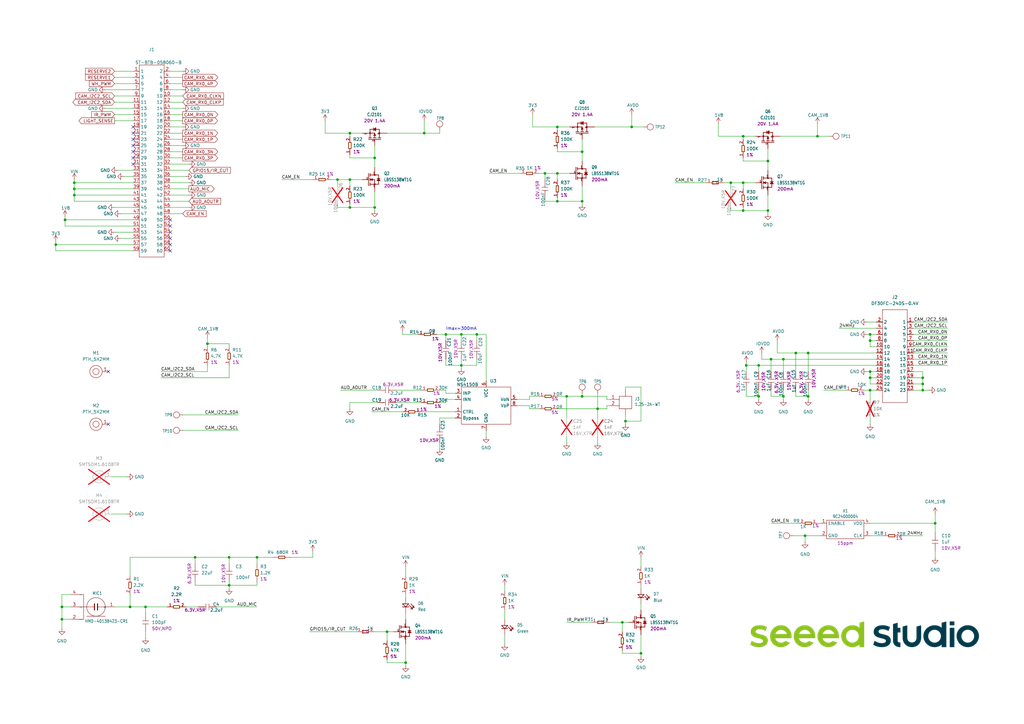
<source format=kicad_sch>
(kicad_sch (version 20250114) (generator "eeschema") (generator_version "9.0")
  (paper "A3")
  (title_block (title "reCamera 2002 GC2053 Sensor Board") (date "2025-06-26") (rev "V1.0"))
  (text "Imax=300mA\n" (at 182.88 135.636 0) (effects (font (size 1.27 1.27)) (justify left bottom)))
  (junction (at 166.37 271.78))
  (junction (at 383.54 214.63))
  (junction (at 25.4 254))
  (junction (at 321.31 162.56))
  (junction (at 356.87 160.02))
  (junction (at 331.47 162.56))
  (junction (at 378.46 160.02))
  (junction (at 53.34 248.92))
  (junction (at 314.96 86.36))
  (junction (at 143.51 73.66))
  (junction (at 232.41 162.56))
  (junction (at 356.87 154.94))
  (junction (at 228.6 71.12))
  (junction (at 30.48 77.47))
  (junction (at 195.58 137.16))
  (junction (at 378.46 154.94))
  (junction (at 189.23 137.16))
  (junction (at 228.6 82.55))
  (junction (at 299.72 74.93))
  (junction (at 304.8 74.93))
  (junction (at 25.4 248.92))
  (junction (at 330.2 219.71))
  (junction (at 93.98 240.03))
  (junction (at 356.87 137.16))
  (junction (at 228.6 52.07))
  (junction (at 331.47 144.78))
  (junction (at 311.15 149.86))
  (junction (at 22.86 100.33))
  (junction (at 245.11 167.64))
  (junction (at 143.51 54.61))
  (junction (at 316.23 147.32))
  (junction (at 238.76 62.23))
  (junction (at 105.41 228.6))
  (junction (at 30.48 80.01))
  (junction (at 304.8 86.36))
  (junction (at 321.31 147.32))
  (junction (at 311.15 162.56))
  (junction (at 223.52 71.12))
  (junction (at 138.43 73.66))
  (junction (at 85.09 140.97))
  (junction (at 255.27 255.27))
  (junction (at 26.67 90.17))
  (junction (at 238.76 82.55))
  (junction (at 335.28 55.88))
  (junction (at 306.07 149.86))
  (junction (at 238.76 162.56))
  (junction (at 93.98 228.6))
  (junction (at 153.67 85.09))
  (junction (at 182.88 137.16))
  (junction (at 314.96 66.04))
  (junction (at 189.23 149.86))
  (junction (at 378.46 157.48))
  (junction (at 30.48 74.93))
  (junction (at 143.51 85.09))
  (junction (at 262.89 267.97))
  (junction (at 304.8 55.88))
  (junction (at 256.54 172.72))
  (junction (at 326.39 144.78))
  (junction (at 259.08 52.07))
  (junction (at 59.69 248.92))
  (junction (at 153.67 64.77))
  (junction (at 173.99 54.61))
  (junction (at 158.75 259.08))
  (junction (at 356.87 152.4))
  (junction (at 80.01 228.6))
  (junction (at 356.87 139.7))
  (no_connect (at 54.61 52.07))
  (no_connect (at 69.85 92.71))
  (no_connect (at 69.85 97.79))
  (no_connect (at 44.45 173.99))
  (no_connect (at 54.61 54.61))
  (no_connect (at 69.85 100.33))
  (no_connect (at 44.45 152.4))
  (no_connect (at 54.61 57.15))
  (no_connect (at 54.61 62.23))
  (no_connect (at 69.85 102.87))
  (no_connect (at 69.85 90.17))
  (no_connect (at 54.61 67.31))
  (no_connect (at 54.61 59.69))
  (no_connect (at 69.85 95.25))
  (no_connect (at 54.61 64.77))
  (wire (pts (xy 128.27 226.06) (xy 128.27 228.6)))
  (wire (pts (xy 182.88 147.32) (xy 182.88 149.86)))
  (wire (pts (xy 143.51 83.82) (xy 143.51 85.09)))
  (wire (pts (xy 179.07 137.16) (xy 182.88 137.16)))
  (wire (pts (xy 59.69 259.08) (xy 59.69 261.62)))
  (wire (pts (xy 255.27 267.97) (xy 262.89 267.97)))
  (wire (pts (xy 30.48 77.47) (xy 54.61 77.47)))
  (wire (pts (xy 119.38 228.6) (xy 128.27 228.6)))
  (wire (pts (xy 30.48 77.47) (xy 30.48 80.01)))
  (wire (pts (xy 165.1 137.16) (xy 171.45 137.16)))
  (wire (pts (xy 74.93 62.23) (xy 69.85 62.23)))
  (wire (pts (xy 321.31 147.32) (xy 359.41 147.32)))
  (wire (pts (xy 306.07 149.86) (xy 306.07 152.4)))
  (wire (pts (xy 46.99 29.21) (xy 54.61 29.21)))
  (wire (pts (xy 189.23 137.16) (xy 195.58 137.16)))
  (wire (pts (xy 143.51 73.66) (xy 148.59 73.66)))
  (wire (pts (xy 25.4 254) (xy 29.21 254)))
  (wire (pts (xy 180.34 160.02) (xy 182.88 160.02)))
  (wire (pts (xy 256.54 172.72) (xy 256.54 173.99)))
  (wire (pts (xy 77.47 85.09) (xy 69.85 85.09)))
  (wire (pts (xy 326.39 162.56) (xy 331.47 162.56)))
  (wire (pts (xy 262.89 158.75) (xy 262.89 172.72)))
  (wire (pts (xy 74.93 49.53) (xy 69.85 49.53)))
  (wire (pts (xy 326.39 144.78) (xy 331.47 144.78)))
  (wire (pts (xy 276.86 74.93) (xy 289.56 74.93)))
  (wire (pts (xy 25.4 254) (xy 25.4 257.81)))
  (wire (pts (xy 245.11 161.29) (xy 245.11 167.64)))
  (wire (pts (xy 93.98 228.6) (xy 93.98 231.14)))
  (wire (pts (xy 74.93 36.83) (xy 69.85 36.83)))
  (wire (pts (xy 74.93 87.63) (xy 69.85 87.63)))
  (wire (pts (xy 138.43 73.66) (xy 143.51 73.66)))
  (wire (pts (xy 77.47 74.93) (xy 69.85 74.93)))
  (wire (pts (xy 326.39 160.02) (xy 326.39 162.56)))
  (wire (pts (xy 105.41 228.6) (xy 111.76 228.6)))
  (wire (pts (xy 312.42 147.32) (xy 316.23 147.32)))
  (wire (pts (xy 85.09 152.4) (xy 85.09 149.86)))
  (wire (pts (xy 166.37 251.46) (xy 166.37 254)))
  (wire (pts (xy 321.31 160.02) (xy 321.31 162.56)))
  (wire (pts (xy 26.67 88.9) (xy 26.67 90.17)))
  (wire (pts (xy 374.65 152.4) (xy 378.46 152.4)))
  (wire (pts (xy 143.51 165.1) (xy 154.94 165.1)))
  (wire (pts (xy 80.01 238.76) (xy 80.01 240.03)))
  (wire (pts (xy 374.65 139.7) (xy 388.62 139.7)))
  (wire (pts (xy 318.77 144.78) (xy 326.39 144.78)))
  (wire (pts (xy 383.54 210.82) (xy 383.54 214.63)))
  (wire (pts (xy 139.7 160.02) (xy 154.94 160.02)))
  (wire (pts (xy 93.98 154.94) (xy 93.98 149.86)))
  (wire (pts (xy 45.72 195.58) (xy 52.07 195.58)))
  (wire (pts (xy 248.92 166.37) (xy 248.92 167.64)))
  (wire (pts (xy 166.37 232.41) (xy 166.37 236.22)))
  (wire (pts (xy 316.23 147.32) (xy 316.23 152.4)))
  (wire (pts (xy 228.6 71.12) (xy 228.6 73.66)))
  (wire (pts (xy 22.86 100.33) (xy 22.86 102.87)))
  (wire (pts (xy 314.96 86.36) (xy 314.96 80.01)))
  (wire (pts (xy 77.47 67.31) (xy 69.85 67.31)))
  (wire (pts (xy 69.85 72.39) (xy 76.2 72.39)))
  (wire (pts (xy 255.27 255.27) (xy 255.27 259.08)))
  (wire (pts (xy 356.87 160.02) (xy 356.87 163.83)))
  (wire (pts (xy 228.6 60.96) (xy 228.6 62.23)))
  (wire (pts (xy 238.76 82.55) (xy 238.76 76.2)))
  (wire (pts (xy 158.75 259.08) (xy 158.75 262.89)))
  (wire (pts (xy 228.6 52.07) (xy 228.6 53.34)))
  (wire (pts (xy 97.79 170.18) (xy 74.93 170.18)))
  (wire (pts (xy 74.93 31.75) (xy 69.85 31.75)))
  (wire (pts (xy 105.41 228.6) (xy 93.98 228.6)))
  (wire (pts (xy 173.99 54.61) (xy 180.34 54.61)))
  (wire (pts (xy 262.89 228.6) (xy 262.89 232.41)))
  (wire (pts (xy 314.96 86.36) (xy 314.96 87.63)))
  (wire (pts (xy 369.57 219.71) (xy 378.46 219.71)))
  (wire (pts (xy 312.42 144.78) (xy 312.42 147.32)))
  (wire (pts (xy 223.52 81.28) (xy 223.52 82.55)))
  (wire (pts (xy 143.51 73.66) (xy 143.51 76.2)))
  (wire (pts (xy 306.07 160.02) (xy 306.07 162.56)))
  (wire (pts (xy 383.54 226.06) (xy 383.54 228.6)))
  (wire (pts (xy 77.47 80.01) (xy 69.85 80.01)))
  (wire (pts (xy 162.56 160.02) (xy 172.72 160.02)))
  (wire (pts (xy 85.09 140.97) (xy 93.98 140.97)))
  (wire (pts (xy 165.1 135.89) (xy 165.1 137.16)))
  (wire (pts (xy 359.41 157.48) (xy 356.87 157.48)))
  (wire (pts (xy 93.98 142.24) (xy 93.98 140.97)))
  (wire (pts (xy 238.76 161.29) (xy 238.76 162.56)))
  (wire (pts (xy 115.57 73.66) (xy 128.27 73.66)))
  (wire (pts (xy 330.2 219.71) (xy 336.55 219.71)))
  (wire (pts (xy 355.6 132.08) (xy 359.41 132.08)))
  (wire (pts (xy 46.99 95.25) (xy 54.61 95.25)))
  (wire (pts (xy 77.47 69.85) (xy 69.85 69.85)))
  (wire (pts (xy 85.09 138.43) (xy 85.09 140.97)))
  (wire (pts (xy 374.65 137.16) (xy 388.62 137.16)))
  (wire (pts (xy 250.19 163.83) (xy 248.92 163.83)))
  (wire (pts (xy 356.87 214.63) (xy 383.54 214.63)))
  (wire (pts (xy 321.31 147.32) (xy 321.31 152.4)))
  (wire (pts (xy 331.47 162.56) (xy 331.47 163.83)))
  (wire (pts (xy 153.67 259.08) (xy 158.75 259.08)))
  (wire (pts (xy 220.98 71.12) (xy 223.52 71.12)))
  (wire (pts (xy 30.48 74.93) (xy 54.61 74.93)))
  (wire (pts (xy 378.46 152.4) (xy 378.46 154.94)))
  (wire (pts (xy 143.51 63.5) (xy 143.51 64.77)))
  (wire (pts (xy 320.04 55.88) (xy 335.28 55.88)))
  (wire (pts (xy 80.01 228.6) (xy 93.98 228.6)))
  (wire (pts (xy 53.34 228.6) (xy 80.01 228.6)))
  (wire (pts (xy 212.09 166.37) (xy 217.17 166.37)))
  (wire (pts (xy 374.65 154.94) (xy 378.46 154.94)))
  (wire (pts (xy 316.23 160.02) (xy 316.23 162.56)))
  (wire (pts (xy 304.8 74.93) (xy 304.8 77.47)))
  (wire (pts (xy 228.6 71.12) (xy 233.68 71.12)))
  (wire (pts (xy 304.8 55.88) (xy 304.8 57.15)))
  (wire (pts (xy 43.18 36.83) (xy 54.61 36.83)))
  (wire (pts (xy 374.65 134.62) (xy 388.62 134.62)))
  (wire (pts (xy 182.88 163.83) (xy 182.88 165.1)))
  (wire (pts (xy 46.99 39.37) (xy 54.61 39.37)))
  (wire (pts (xy 262.89 172.72) (xy 256.54 172.72)))
  (wire (pts (xy 354.33 160.02) (xy 356.87 160.02)))
  (wire (pts (xy 195.58 139.7) (xy 195.58 137.16)))
  (wire (pts (xy 153.67 85.09) (xy 153.67 78.74)))
  (wire (pts (xy 335.28 50.8) (xy 335.28 55.88)))
  (wire (pts (xy 304.8 66.04) (xy 314.96 66.04)))
  (wire (pts (xy 374.65 144.78) (xy 388.62 144.78)))
  (wire (pts (xy 74.93 44.45) (xy 69.85 44.45)))
  (wire (pts (xy 356.87 154.94) (xy 359.41 154.94)))
  (wire (pts (xy 158.75 54.61) (xy 173.99 54.61)))
  (wire (pts (xy 182.88 161.29) (xy 186.69 161.29)))
  (wire (pts (xy 232.41 162.56) (xy 228.6 162.56)))
  (wire (pts (xy 374.65 160.02) (xy 378.46 160.02)))
  (wire (pts (xy 245.11 167.64) (xy 245.11 171.45)))
  (wire (pts (xy 383.54 214.63) (xy 383.54 218.44)))
  (wire (pts (xy 26.67 92.71) (xy 54.61 92.71)))
  (wire (pts (xy 321.31 162.56) (xy 321.31 163.83)))
  (wire (pts (xy 304.8 74.93) (xy 309.88 74.93)))
  (wire (pts (xy 166.37 243.84) (xy 166.37 245.11)))
  (wire (pts (xy 22.86 100.33) (xy 54.61 100.33)))
  (wire (pts (xy 153.67 85.09) (xy 153.67 86.36)))
  (wire (pts (xy 22.86 102.87) (xy 54.61 102.87)))
  (wire (pts (xy 30.48 80.01) (xy 30.48 82.55)))
  (wire (pts (xy 294.64 50.8) (xy 294.64 55.88)))
  (wire (pts (xy 46.99 49.53) (xy 54.61 49.53)))
  (wire (pts (xy 228.6 82.55) (xy 238.76 82.55)))
  (wire (pts (xy 238.76 162.56) (xy 232.41 162.56)))
  (wire (pts (xy 46.99 41.91) (xy 54.61 41.91)))
  (wire (pts (xy 259.08 52.07) (xy 264.16 52.07)))
  (wire (pts (xy 356.87 139.7) (xy 359.41 139.7)))
  (wire (pts (xy 217.17 167.64) (xy 220.98 167.64)))
  (wire (pts (xy 25.4 248.92) (xy 25.4 254)))
  (wire (pts (xy 330.2 219.71) (xy 330.2 222.25)))
  (wire (pts (xy 355.6 152.4) (xy 356.87 152.4)))
  (wire (pts (xy 148.59 54.61) (xy 143.51 54.61)))
  (wire (pts (xy 294.64 55.88) (xy 304.8 55.88)))
  (wire (pts (xy 356.87 142.24) (xy 359.41 142.24)))
  (wire (pts (xy 306.07 149.86) (xy 311.15 149.86)))
  (wire (pts (xy 199.39 156.21) (xy 199.39 137.16)))
  (wire (pts (xy 306.07 162.56) (xy 311.15 162.56)))
  (wire (pts (xy 173.99 49.53) (xy 173.99 54.61)))
  (wire (pts (xy 74.93 39.37) (xy 69.85 39.37)))
  (wire (pts (xy 374.65 157.48) (xy 378.46 157.48)))
  (wire (pts (xy 97.79 176.53) (xy 74.93 176.53)))
  (wire (pts (xy 76.2 248.92) (xy 81.28 248.92)))
  (wire (pts (xy 232.41 255.27) (xy 242.57 255.27)))
  (wire (pts (xy 66.04 154.94) (xy 93.98 154.94)))
  (wire (pts (xy 344.17 134.62) (xy 359.41 134.62)))
  (wire (pts (xy 30.48 80.01) (xy 54.61 80.01)))
  (wire (pts (xy 255.27 266.7) (xy 255.27 267.97)))
  (wire (pts (xy 66.04 152.4) (xy 85.09 152.4)))
  (wire (pts (xy 238.76 82.55) (xy 238.76 83.82)))
  (wire (pts (xy 189.23 149.86) (xy 189.23 151.13)))
  (wire (pts (xy 59.69 248.92) (xy 68.58 248.92)))
  (wire (pts (xy 30.48 73.66) (xy 30.48 74.93)))
  (wire (pts (xy 74.93 64.77) (xy 69.85 64.77)))
  (wire (pts (xy 256.54 160.02) (xy 256.54 158.75)))
  (wire (pts (xy 77.47 77.47) (xy 69.85 77.47)))
  (wire (pts (xy 255.27 255.27) (xy 257.81 255.27)))
  (wire (pts (xy 49.53 87.63) (xy 54.61 87.63)))
  (wire (pts (xy 243.84 52.07) (xy 259.08 52.07)))
  (wire (pts (xy 199.39 176.53) (xy 199.39 179.07)))
  (wire (pts (xy 331.47 144.78) (xy 331.47 152.4)))
  (wire (pts (xy 29.21 243.84) (xy 25.4 243.84)))
  (wire (pts (xy 378.46 154.94) (xy 378.46 157.48)))
  (wire (pts (xy 74.93 57.15) (xy 69.85 57.15)))
  (wire (pts (xy 143.51 85.09) (xy 153.67 85.09)))
  (wire (pts (xy 218.44 52.07) (xy 228.6 52.07)))
  (wire (pts (xy 374.65 132.08) (xy 388.62 132.08)))
  (wire (pts (xy 53.34 236.22) (xy 53.34 228.6)))
  (wire (pts (xy 189.23 139.7) (xy 189.23 137.16)))
  (wire (pts (xy 207.01 260.35) (xy 207.01 264.16)))
  (wire (pts (xy 182.88 160.02) (xy 182.88 161.29)))
  (wire (pts (xy 311.15 149.86) (xy 359.41 149.86)))
  (wire (pts (xy 233.68 52.07) (xy 228.6 52.07)))
  (wire (pts (xy 53.34 248.92) (xy 53.34 243.84)))
  (wire (pts (xy 316.23 214.63) (xy 327.66 214.63)))
  (wire (pts (xy 186.69 171.45) (xy 180.34 171.45)))
  (wire (pts (xy 200.66 71.12) (xy 213.36 71.12)))
  (wire (pts (xy 88.9 248.92) (xy 105.41 248.92)))
  (wire (pts (xy 262.89 247.65) (xy 262.89 250.19)))
  (wire (pts (xy 304.8 85.09) (xy 304.8 86.36)))
  (wire (pts (xy 245.11 179.07) (xy 245.11 181.61)))
  (wire (pts (xy 189.23 149.86) (xy 195.58 149.86)))
  (wire (pts (xy 262.89 240.03) (xy 262.89 241.3)))
  (wire (pts (xy 331.47 144.78) (xy 359.41 144.78)))
  (wire (pts (xy 26.67 90.17) (xy 54.61 90.17)))
  (wire (pts (xy 43.18 44.45) (xy 54.61 44.45)))
  (wire (pts (xy 195.58 149.86) (xy 195.58 147.32)))
  (wire (pts (xy 374.65 147.32) (xy 388.62 147.32)))
  (wire (pts (xy 105.41 231.14) (xy 105.41 228.6)))
  (wire (pts (xy 199.39 137.16) (xy 195.58 137.16)))
  (wire (pts (xy 158.75 259.08) (xy 161.29 259.08)))
  (wire (pts (xy 152.4 168.91) (xy 165.1 168.91)))
  (wire (pts (xy 85.09 140.97) (xy 85.09 142.24)))
  (wire (pts (xy 25.4 243.84) (xy 25.4 248.92)))
  (wire (pts (xy 223.52 71.12) (xy 223.52 73.66)))
  (wire (pts (xy 297.18 74.93) (xy 299.72 74.93)))
  (wire (pts (xy 59.69 248.92) (xy 59.69 251.46)))
  (wire (pts (xy 356.87 137.16) (xy 356.87 139.7)))
  (wire (pts (xy 256.54 158.75) (xy 262.89 158.75)))
  (wire (pts (xy 356.87 142.24) (xy 356.87 139.7)))
  (wire (pts (xy 356.87 171.45) (xy 356.87 173.99)))
  (wire (pts (xy 309.88 55.88) (xy 304.8 55.88)))
  (wire (pts (xy 259.08 46.99) (xy 259.08 52.07)))
  (wire (pts (xy 335.28 214.63) (xy 336.55 214.63)))
  (wire (pts (xy 93.98 240.03) (xy 93.98 241.3)))
  (wire (pts (xy 138.43 85.09) (xy 143.51 85.09)))
  (wire (pts (xy 53.34 248.92) (xy 59.69 248.92)))
  (wire (pts (xy 262.89 260.35) (xy 262.89 267.97)))
  (wire (pts (xy 248.92 162.56) (xy 238.76 162.56)))
  (wire (pts (xy 127 259.08) (xy 146.05 259.08)))
  (wire (pts (xy 378.46 160.02) (xy 381 160.02)))
  (wire (pts (xy 220.98 162.56) (xy 217.17 162.56)))
  (wire (pts (xy 314.96 60.96) (xy 314.96 66.04)))
  (wire (pts (xy 232.41 179.07) (xy 232.41 181.61)))
  (wire (pts (xy 143.51 54.61) (xy 143.51 55.88)))
  (wire (pts (xy 299.72 74.93) (xy 299.72 77.47)))
  (wire (pts (xy 316.23 162.56) (xy 321.31 162.56)))
  (wire (pts (xy 25.4 248.92) (xy 29.21 248.92)))
  (wire (pts (xy 311.15 149.86) (xy 311.15 152.4)))
  (wire (pts (xy 74.93 46.99) (xy 69.85 46.99)))
  (wire (pts (xy 46.99 85.09) (xy 54.61 85.09)))
  (wire (pts (xy 48.26 69.85) (xy 54.61 69.85)))
  (wire (pts (xy 180.34 171.45) (xy 180.34 173.99)))
  (wire (pts (xy 250.19 166.37) (xy 248.92 166.37)))
  (wire (pts (xy 30.48 74.93) (xy 30.48 77.47)))
  (wire (pts (xy 356.87 137.16) (xy 359.41 137.16)))
  (wire (pts (xy 105.41 238.76) (xy 105.41 240.03)))
  (wire (pts (xy 74.93 59.69) (xy 69.85 59.69)))
  (wire (pts (xy 182.88 139.7) (xy 182.88 137.16)))
  (wire (pts (xy 143.51 167.64) (xy 143.51 165.1)))
  (wire (pts (xy 245.11 167.64) (xy 248.92 167.64)))
  (wire (pts (xy 45.72 210.82) (xy 52.07 210.82)))
  (wire (pts (xy 250.19 255.27) (xy 255.27 255.27)))
  (wire (pts (xy 77.47 82.55) (xy 69.85 82.55)))
  (wire (pts (xy 218.44 46.99) (xy 218.44 52.07)))
  (wire (pts (xy 50.8 72.39) (xy 54.61 72.39)))
  (wire (pts (xy 158.75 271.78) (xy 166.37 271.78)))
  (wire (pts (xy 217.17 163.83) (xy 212.09 163.83)))
  (wire (pts (xy 337.82 160.02) (xy 346.71 160.02)))
  (wire (pts (xy 355.6 137.16) (xy 356.87 137.16)))
  (wire (pts (xy 325.12 219.71) (xy 330.2 219.71)))
  (wire (pts (xy 80.01 228.6) (xy 80.01 231.14)))
  (wire (pts (xy 304.8 86.36) (xy 314.96 86.36)))
  (wire (pts (xy 228.6 81.28) (xy 228.6 82.55)))
  (wire (pts (xy 74.93 34.29) (xy 69.85 34.29)))
  (wire (pts (xy 54.61 31.75) (xy 46.99 31.75)))
  (wire (pts (xy 189.23 147.32) (xy 189.23 149.86)))
  (wire (pts (xy 316.23 147.32) (xy 321.31 147.32)))
  (wire (pts (xy 256.54 170.18) (xy 256.54 172.72)))
  (wire (pts (xy 133.35 54.61) (xy 143.51 54.61)))
  (wire (pts (xy 318.77 139.7) (xy 318.77 144.78)))
  (wire (pts (xy 356.87 157.48) (xy 356.87 154.94)))
  (wire (pts (xy 299.72 74.93) (xy 304.8 74.93)))
  (wire (pts (xy 331.47 160.02) (xy 331.47 162.56)))
  (wire (pts (xy 217.17 166.37) (xy 217.17 167.64)))
  (wire (pts (xy 217.17 162.56) (xy 217.17 163.83)))
  (wire (pts (xy 80.01 240.03) (xy 93.98 240.03)))
  (wire (pts (xy 46.99 248.92) (xy 53.34 248.92)))
  (wire (pts (xy 359.41 160.02) (xy 356.87 160.02)))
  (wire (pts (xy 46.99 46.99) (xy 54.61 46.99)))
  (wire (pts (xy 93.98 238.76) (xy 93.98 240.03)))
  (wire (pts (xy 262.89 267.97) (xy 262.89 269.24)))
  (wire (pts (xy 374.65 149.86) (xy 388.62 149.86)))
  (wire (pts (xy 299.72 86.36) (xy 304.8 86.36)))
  (wire (pts (xy 26.67 90.17) (xy 26.67 92.71)))
  (wire (pts (xy 138.43 83.82) (xy 138.43 85.09)))
  (wire (pts (xy 326.39 144.78) (xy 326.39 152.4)))
  (wire (pts (xy 138.43 73.66) (xy 138.43 76.2)))
  (wire (pts (xy 335.28 55.88) (xy 340.36 55.88)))
  (wire (pts (xy 238.76 57.15) (xy 238.76 62.23)))
  (wire (pts (xy 306.07 148.59) (xy 306.07 149.86)))
  (wire (pts (xy 311.15 162.56) (xy 311.15 163.83)))
  (wire (pts (xy 228.6 62.23) (xy 238.76 62.23)))
  (wire (pts (xy 143.51 64.77) (xy 153.67 64.77)))
  (wire (pts (xy 30.48 82.55) (xy 54.61 82.55)))
  (wire (pts (xy 74.93 52.07) (xy 69.85 52.07)))
  (wire (pts (xy 374.65 142.24) (xy 388.62 142.24)))
  (wire (pts (xy 182.88 137.16) (xy 189.23 137.16)))
  (wire (pts (xy 182.88 149.86) (xy 189.23 149.86)))
  (wire (pts (xy 74.93 41.91) (xy 69.85 41.91)))
  (wire (pts (xy 248.92 163.83) (xy 248.92 162.56)))
  (wire (pts (xy 356.87 154.94) (xy 356.87 152.4)))
  (wire (pts (xy 158.75 270.51) (xy 158.75 271.78)))
  (wire (pts (xy 311.15 160.02) (xy 311.15 162.56)))
  (wire (pts (xy 356.87 219.71) (xy 361.95 219.71)))
  (wire (pts (xy 153.67 64.77) (xy 153.67 68.58)))
  (wire (pts (xy 299.72 85.09) (xy 299.72 86.36)))
  (wire (pts (xy 356.87 152.4) (xy 359.41 152.4)))
  (wire (pts (xy 49.53 97.79) (xy 54.61 97.79)))
  (wire (pts (xy 133.35 49.53) (xy 133.35 54.61)))
  (wire (pts (xy 232.41 162.56) (xy 232.41 171.45)))
  (wire (pts (xy 207.01 250.19) (xy 207.01 254)))
  (wire (pts (xy 304.8 64.77) (xy 304.8 66.04)))
  (wire (pts (xy 314.96 66.04) (xy 314.96 69.85)))
  (wire (pts (xy 223.52 71.12) (xy 228.6 71.12)))
  (wire (pts (xy 223.52 82.55) (xy 228.6 82.55)))
  (wire (pts (xy 162.56 165.1) (xy 172.72 165.1)))
  (wire (pts (xy 207.01 240.03) (xy 207.01 242.57)))
  (wire (pts (xy 22.86 99.06) (xy 22.86 100.33)))
  (wire (pts (xy 172.72 168.91) (xy 186.69 168.91)))
  (wire (pts (xy 153.67 59.69) (xy 153.67 64.77)))
  (wire (pts (xy 378.46 157.48) (xy 378.46 160.02)))
  (wire (pts (xy 135.89 73.66) (xy 138.43 73.66)))
  (wire (pts (xy 166.37 264.16) (xy 166.37 271.78)))
  (wire (pts (xy 180.34 181.61) (xy 180.34 184.15)))
  (wire (pts (xy 180.34 165.1) (xy 182.88 165.1)))
  (wire (pts (xy 74.93 54.61) (xy 69.85 54.61)))
  (wire (pts (xy 186.69 163.83) (xy 182.88 163.83)))
  (wire (pts (xy 166.37 271.78) (xy 166.37 273.05)))
  (wire (pts (xy 228.6 167.64) (xy 245.11 167.64)))
  (wire (pts (xy 180.34 53.34) (xy 180.34 54.61)))
  (wire (pts (xy 93.98 240.03) (xy 105.41 240.03)))
  (wire (pts (xy 46.99 34.29) (xy 54.61 34.29)))
  (wire (pts (xy 74.93 29.21) (xy 69.85 29.21)))
  (wire (pts (xy 238.76 62.23) (xy 238.76 66.04)))
  (image (at 354.33 260.35) (scale 0.829285))
  (label "CAM_EN" (at 276.86 74.93 0))
  (label "CAM_EN" (at 115.57 73.66 0))
  (label "AUD_MIC" (at 105.41 248.92 180))
  (label "CAM_I2C2_SCL" (at 97.79 176.53 180))
  (label "CAM_EN" (at 200.66 71.12 0))
  (label "GPIO15{slash}IR_CUT" (at 127 259.08 0))
  (label "CAM_EN" (at 316.23 214.63 0))
  (label "CAM_RX0_1N" (at 388.62 147.32 180))
  (label "CAM_I2C2_SCL" (at 388.62 134.62 180))
  (label "CAM_RX0_1P" (at 388.62 149.86 180))
  (label "CAM_I2C2_SDA" (at 97.79 170.18 180))
  (label "24MHz" (at 378.46 219.71 180))
  (label "IR_PWM" (at 232.41 255.27 0))
  (label "CAM_I2C2_SDA" (at 388.62 132.08 180))
  (label "CAM_RX0_CLKN" (at 388.62 142.24 180))
  (label "CAM_EN" (at 152.4 168.91 0))
  (label "CAM_I2C2_SCL" (at 66.04 154.94 0))
  (label "CAM_EN" (at 337.82 160.02 0))
  (label "24MHz" (at 344.17 134.62 0))
  (label "CAM_RX0_CLKP" (at 388.62 144.78 180))
  (label "AUD_AOUTR" (at 139.7 160.02 0))
  (label "CAM_I2C2_SDA" (at 66.04 152.4 0))
  (label "CAM_RX0_0P" (at 388.62 139.7 180))
  (label "CAM_RX0_0N" (at 388.62 137.16 180))
  (global_label "CAM_RX0_0N" (shape output) (at 74.93 46.99 0) (property "Intersheetrefs" "${INTERSHEET_REFS}" (effects (hide yes))))
  (global_label "CAM_RX0_3N" (shape output) (at 74.93 62.23 0) (property "Intersheetrefs" "${INTERSHEET_REFS}" (effects (hide yes))))
  (global_label "WH_PWM" (shape input) (at 46.99 34.29 180) (property "Intersheetrefs" "${INTERSHEET_REFS}" (effects (hide yes))))
  (global_label "CAM_RX0_0P" (shape output) (at 74.93 49.53 0) (property "Intersheetrefs" "${INTERSHEET_REFS}" (effects (hide yes))))
  (global_label "RESERVE2" (shape input) (at 46.99 29.21 180) (property "Intersheetrefs" "${INTERSHEET_REFS}" (effects (hide yes))))
  (global_label "CAM_RX0_3P" (shape output) (at 74.93 64.77 0) (property "Intersheetrefs" "${INTERSHEET_REFS}" (effects (hide yes))))
  (global_label "CAM_RX0_4N" (shape output) (at 74.93 31.75 0) (property "Intersheetrefs" "${INTERSHEET_REFS}" (effects (hide yes))))
  (global_label "CAM_RX0_1P" (shape output) (at 74.93 57.15 0) (property "Intersheetrefs" "${INTERSHEET_REFS}" (effects (hide yes))))
  (global_label "CAM_I2C2_SCL" (shape input) (at 46.99 39.37 180) (property "Intersheetrefs" "${INTERSHEET_REFS}" (effects (hide yes))))
  (global_label "CAM_RX0_1N" (shape output) (at 74.93 54.61 0) (property "Intersheetrefs" "${INTERSHEET_REFS}" (effects (hide yes))))
  (global_label "CAM_RX0_4P" (shape output) (at 74.93 34.29 0) (property "Intersheetrefs" "${INTERSHEET_REFS}" (effects (hide yes))))
  (global_label "IR_PWM" (shape input) (at 46.99 46.99 180) (property "Intersheetrefs" "${INTERSHEET_REFS}" (effects (hide yes))))
  (global_label "CAM_RX0_CLKN" (shape input) (at 74.93 39.37 0) (property "Intersheetrefs" "${INTERSHEET_REFS}" (effects (hide yes))))
  (global_label "CAM_EN" (shape input) (at 74.93 87.63 0) (property "Intersheetrefs" "${INTERSHEET_REFS}" (effects (hide yes))))
  (global_label "RESERVE1" (shape input) (at 46.99 31.75 180) (property "Intersheetrefs" "${INTERSHEET_REFS}" (effects (hide yes))))
  (global_label "AUD_AOUTR" (shape input) (at 77.47 82.55 0) (property "Intersheetrefs" "${INTERSHEET_REFS}" (effects (hide yes))))
  (global_label "GPIO15{slash}IR_CUT" (shape input) (at 77.47 69.85 0) (property "Intersheetrefs" "${INTERSHEET_REFS}" (effects (hide yes))))
  (global_label "AUD_MIC" (shape output) (at 77.47 77.47 0) (property "Intersheetrefs" "${INTERSHEET_REFS}" (effects (hide yes))))
  (global_label "CAM_RX0_CLKP" (shape input) (at 74.93 41.91 0) (property "Intersheetrefs" "${INTERSHEET_REFS}" (effects (hide yes))))
  (global_label "LIGHT_SENSE" (shape output) (at 46.99 49.53 180) (property "Intersheetrefs" "${INTERSHEET_REFS}" (effects (hide yes))))
  (global_label "CAM_I2C2_SDA" (shape bidirectional) (at 46.99 41.91 180) (property "Intersheetrefs" "${INTERSHEET_REFS}" (effects (hide yes))))
  (symbol (lib_id "libdb:Resistors/301010523") (at 166.37 240.03 90) (unit 1)
    (property "Reference" "R29" (at 167.64 237.4899 90) (effects (justify right)))
    (property "Value" "1K" (at 167.64 240.0299 90) (effects (justify right)))
    (property "Footprint" "Resistor:R0201" (effects (hide yes)))
    (property "Description" "SMD RES 1K-±1%-1/20W;0201" (effects (hide yes)))
    (property "Manufacturer" "YAGEO" (effects (hide yes)))
    (property "MPN" "RC0201FR-071KL" (effects (hide yes)))
    (property "SKU" "301010523" (effects (hide yes)))
    (property "Resistance" "1K" (effects (hide yes)))
    (property "Part Type" "RES" (effects (hide yes)))
    (property "Power Rating" "1%" (at 167.64 242.5699 90) (effects (justify right)))
    (property "Status" "ST" (effects (hide yes)))
    (property "Temperature" "-55°C to 125°C" (effects (hide yes)))
  )
  (symbol (lib_id "libdb:Misc/TP35C_SMD") (at 238.76 158.75 90) (unit 1)
    (property "Reference" "TP6" (at 237.49 156.464 90) (effects (font (size 1.27 1.0795)) (justify right)))
    (property "Value" "Test Point" (effects (hide yes)))
    (property "Footprint" "Misc:TP-D35MIL" (effects (hide yes)))
    (property "Description" "Test Point;TP35C_SMD" (effects (hide yes)))
    (property "SKU" "TP35C_SMD" (effects (hide yes)))
    (property "Part Type" "Test Point" (effects (hide yes)))
  )
  (symbol (lib_id "libdb:Capacitors/302011829") (at 316.23 156.21 0) (unit 1)
    (property "Reference" "C16" (at 315.214 155.448 90) (effects (justify left)))
    (property "Value" "1uF" (at 315.214 158.75 90))
    (property "Footprint" "Capacitor:C0201" (effects (hide yes)))
    (property "Description" "SMD CAP Ceramic 1uf-6.3V-10%-X5R;0201" (effects (hide yes)))
    (property "Manufacturer" "Yageo" (effects (hide yes)))
    (property "MPN" "CC0201KRX5R5BB105" (effects (hide yes)))
    (property "SKU" "302011829" (effects (hide yes)))
    (property "Part Type" "Ceramic" (effects (hide yes)))
    (property "Voltage Rating" "6.3V，X5R" (at 318.516 156.718 90))
    (property "Status" "Recamera" (effects (hide yes)))
    (property "Temperature" "-55℃ to 125℃" (effects (hide yes)))
  )
  (symbol (lib_id "libdb:Resistors/301010523") (at 207.01 246.38 90) (unit 1)
    (property "Reference" "R34" (at 208.28 243.8399 90) (effects (justify right)))
    (property "Value" "1K" (at 208.28 246.3799 90) (effects (justify right)))
    (property "Footprint" "Resistor:R0201" (effects (hide yes)))
    (property "Description" "SMD RES 1K-±1%-1/20W;0201" (effects (hide yes)))
    (property "Manufacturer" "YAGEO" (effects (hide yes)))
    (property "MPN" "RC0201FR-071KL" (effects (hide yes)))
    (property "SKU" "301010523" (effects (hide yes)))
    (property "Resistance" "1K" (effects (hide yes)))
    (property "Part Type" "RES" (effects (hide yes)))
    (property "Power Rating" "1%" (at 208.28 248.9199 90) (effects (justify right)))
    (property "Status" "ST" (effects (hide yes)))
    (property "Temperature" "-55°C to 125°C" (effects (hide yes)))
  )
  (symbol (lib_id "P & G:GND") (at 199.39 179.07 0) (unit 1)
    (property "Reference" "#PWR050" (effects (hide yes)))
    (property "Value" "GND" (at 199.39 183.642 0))
  )
  (symbol (lib_id "libdb:Resistors/301010677") (at 93.98 146.05 90) (unit 1)
    (property "Reference" "R11" (at 95.25 143.5099 90) (effects (justify right)))
    (property "Value" "4.7K" (at 95.25 146.0499 90) (effects (justify right)))
    (property "Footprint" "Resistor:R0201" (effects (hide yes)))
    (property "Description" "SMD RES;4.7K-5%-1/20W;0201" (effects (hide yes)))
    (property "Manufacturer" "YAGEO" (effects (hide yes)))
    (property "MPN" "RC0201JR-074K7L" (effects (hide yes)))
    (property "SKU" "301010677" (effects (hide yes)))
    (property "Resistance" "4.7K" (effects (hide yes)))
    (property "Part Type" "RES" (effects (hide yes)))
    (property "Power Rating" "1%" (at 95.25 148.5899 90) (effects (justify right)))
    (property "Status" "XIAO" (effects (hide yes)))
    (property "Temperature" "-55°C to 125°C" (effects (hide yes)))
  )
  (symbol (lib_id "P & G:+3V3") (at 259.08 46.99 0) (mirror y) (unit 1)
    (property "Reference" "#PWR024" (effects (hide yes)))
    (property "Value" "AVDD" (at 259.588 43.18 0))
  )
  (symbol (lib_id "P & G:GND") (at 383.54 228.6 0) (unit 1)
    (property "Reference" "#PWR035" (effects (hide yes)))
    (property "Value" "GND" (at 383.54 233.68 0))
  )
  (symbol (lib_id "libdb:Mosfet/305030084") (at 238.76 52.07 270) (mirror x) (unit 1)
    (property "Reference" "Q8" (at 238.7287 41.91 90) (effects (font (size 1.27 1.0795))))
    (property "Value" "CJ2101" (at 238.7287 44.45 90) (effects (font (size 1.27 1.0795))))
    (property "Footprint" "Mosfet:SOT-323" (effects (hide yes)))
    (property "Description" "SMD MOSFET P-CH 20V-2.1A;SOT-323" (effects (hide yes)))
    (property "Manufacturer" "CJ" (effects (hide yes)))
    (property "MPN" "CJ2101" (effects (hide yes)))
    (property "SKU" "305030084" (effects (hide yes)))
    (property "Part Type" "PMOS" (effects (hide yes)))
    (property "Rating" "20V 1.4A" (at 238.7287 46.99 90))
    (property "Status" "ST" (effects (hide yes)))
  )
  (symbol (lib_id "P & G:GND") (at 43.18 36.83 270) (mirror x) (unit 1)
    (property "Reference" "#PWR04" (effects (hide yes)))
    (property "Value" "GND" (at 38.1 36.83 90))
  )
  (symbol (lib_id "libdb:Resistors/301010523") (at 293.37 74.93 0) (unit 1)
    (property "Reference" "R27" (at 288.036 73.914 0))
    (property "Value" "1K" (at 294.005 74.295 0) (effects (justify left bottom)))
    (property "Footprint" "Resistor:R0201" (effects (hide yes)))
    (property "Description" "SMD RES 1K-±1%-1/20W;0201" (effects (hide yes)))
    (property "Manufacturer" "YAGEO" (effects (hide yes)))
    (property "MPN" "RC0201FR-071KL" (effects (hide yes)))
    (property "SKU" "301010523" (effects (hide yes)))
    (property "Resistance" "1K" (effects (hide yes)))
    (property "Part Type" "RES" (effects (hide yes)))
    (property "Power Rating" "1%" (at 293.37 74.93 0))
    (property "Status" "ST" (effects (hide yes)))
    (property "Temperature" "-55°C to 125°C" (effects (hide yes)))
  )
  (symbol (lib_id "P & G:+1V8") (at 85.09 138.43 0) (mirror y) (unit 1)
    (property "Reference" "#PWR063" (effects (hide yes)))
    (property "Value" "CAM_1V8" (at 85.344 134.874 0))
  )
  (symbol (lib_id "libdb:Capacitors/302010389") (at 232.41 175.26 0) (unit 1) (dnp yes)
    (property "Reference" "C25" (at 234.95 172.7199 0) (effects (justify left)))
    (property "Value" "1nF" (at 234.95 175.2599 0) (effects (justify left)))
    (property "Footprint" "Capacitor:C0201" (effects (hide yes)))
    (property "Description" "SMD CAP Ceramic 1nF-16V-10%-X7R;0201" (effects (hide yes)))
    (property "Manufacturer" "YAGEO" (effects (hide yes)))
    (property "MPN" "CC0201KRX7R7BB102" (effects (hide yes)))
    (property "SKU" "302010389" (effects (hide yes)))
    (property "Part Type" "Ceramic" (effects (hide yes)))
    (property "Voltage Rating" "16V,X7R" (at 234.95 177.7999 0) (effects (justify left)))
    (property "Status" "BeagleBone AI TDA4VM" (effects (hide yes)))
    (property "Temperature" "-55°C to 125°C" (effects (hide yes)))
  )
  (symbol (lib_id "libdb:Resistors/301010678") (at 255.27 262.89 90) (unit 1)
    (property "Reference" "R32" (at 256.54 260.3499 90) (effects (justify right)))
    (property "Value" "47K" (at 256.54 262.8899 90) (effects (justify right)))
    (property "Footprint" "Resistor:R0201" (effects (hide yes)))
    (property "Description" "SMD RES;47K-5%-1/20W;0201" (effects (hide yes)))
    (property "Manufacturer" "YAGEO" (effects (hide yes)))
    (property "MPN" "RC0201JR-0747KL" (effects (hide yes)))
    (property "SKU" "301010678" (effects (hide yes)))
    (property "Resistance" "47K" (effects (hide yes)))
    (property "Part Type" "RES" (effects (hide yes)))
    (property "Power Rating" "5%" (at 256.54 265.4299 90) (effects (justify right)))
    (property "Status" "BeagleBone AI TDA4VM" (effects (hide yes)))
    (property "Temperature" "-55°C to 125°C" (effects (hide yes)))
  )
  (symbol (lib_id "P & G:+3V3") (at 312.42 144.78 0) (mirror y) (unit 1)
    (property "Reference" "#PWR019" (effects (hide yes)))
    (property "Value" "IOVDD" (at 312.928 140.97 0))
  )
  (symbol (lib_id "libdb:Resistors/301010523") (at 149.86 259.08 0) (unit 1)
    (property "Reference" "R26" (at 145.034 257.81 0))
    (property "Value" "1K" (at 150.495 258.445 0) (effects (justify left bottom)))
    (property "Footprint" "Resistor:R0201" (effects (hide yes)))
    (property "Description" "SMD RES 1K-±1%-1/20W;0201" (effects (hide yes)))
    (property "Manufacturer" "YAGEO" (effects (hide yes)))
    (property "MPN" "RC0201FR-071KL" (effects (hide yes)))
    (property "SKU" "301010523" (effects (hide yes)))
    (property "Resistance" "1K" (effects (hide yes)))
    (property "Part Type" "RES" (effects (hide yes)))
    (property "Power Rating" "1%" (at 149.86 259.08 0))
    (property "Status" "ST" (effects (hide yes)))
    (property "Temperature" "-55°C to 125°C" (effects (hide yes)))
  )
  (symbol (lib_id "libdb:Capacitors/302010271") (at 331.47 156.21 0) (mirror y) (unit 1)
    (property "Reference" "C7" (at 330.454 154.94 90) (effects (justify left)))
    (property "Value" "100nF" (at 330.2 159.766 90))
    (property "Footprint" "Capacitor:C0201" (effects (hide yes)))
    (property "Description" "SMD CAP Ceramic 100nF-10V-10%-X5R;0201" (effects (hide yes)))
    (property "Manufacturer" "YAGEO" (effects (hide yes)))
    (property "MPN" "CC0201KRX5R6BB104" (effects (hide yes)))
    (property "SKU" "302010271" (effects (hide yes)))
    (property "Part Type" "Ceramic" (effects (hide yes)))
    (property "Voltage Rating" "10V,X5R" (at 333.756 155.194 90))
    (property "Status" "ODYSSEY-i.MX8M" (effects (hide yes)))
    (property "Temperature" "-55°C to 85°C" (effects (hide yes)))
  )
  (symbol (lib_id "libdb:Mosfet/305030084") (at 153.67 54.61 270) (mirror x) (unit 1)
    (property "Reference" "Q3" (at 153.6387 44.45 90) (effects (font (size 1.27 1.0795))))
    (property "Value" "CJ2101" (at 153.6387 46.99 90) (effects (font (size 1.27 1.0795))))
    (property "Footprint" "Mosfet:SOT-323" (effects (hide yes)))
    (property "Description" "SMD MOSFET P-CH 20V-2.1A;SOT-323" (effects (hide yes)))
    (property "Manufacturer" "CJ" (effects (hide yes)))
    (property "MPN" "CJ2101" (effects (hide yes)))
    (property "SKU" "305030084" (effects (hide yes)))
    (property "Part Type" "PMOS" (effects (hide yes)))
    (property "Rating" "20V 1.4A" (at 153.6387 49.53 90))
    (property "Status" "ST" (effects (hide yes)))
  )
  (symbol (lib_id "P & G:GND") (at 49.53 97.79 270) (mirror x) (unit 1)
    (property "Reference" "#PWR010" (effects (hide yes)))
    (property "Value" "GND" (at 44.45 97.79 90))
  )
  (symbol (lib_id "P & G:GND") (at 153.67 86.36 0) (unit 1)
    (property "Reference" "#PWR045" (effects (hide yes)))
    (property "Value" "GND" (at 153.67 90.932 0))
  )
  (symbol (lib_id "libdb:Connector/PTH") (at 39.37 173.99 0) (unit 1)
    (property "Reference" "M2" (at 39.37 166.37 0))
    (property "Value" "PTH_5X2MM" (at 39.37 168.91 0))
    (property "Footprint" "Connector:PTH_5X2MM" (effects (hide yes)))
    (property "Description" "PTH_5X2MM" (effects (hide yes)))
    (property "SKU" "PTH" (effects (hide yes)))
    (property "Part Type" "PTH" (effects (hide yes)))
  )
  (symbol (lib_id "libdb:Capacitors/302010233") (at 158.75 165.1 90) (mirror x) (unit 1)
    (property "Reference" "C19" (at 156.464 164.084 90) (effects (justify left)))
    (property "Value" "2.2uF" (at 162.814 166.624 90))
    (property "Footprint" "Capacitor:C0402" (effects (hide yes)))
    (property "Description" "SMD CAP Ceramic 2.2uF-6.3V-20%-X5R;0402" (effects (hide yes)))
    (property "Manufacturer" "YAGEO" (effects (hide yes)))
    (property "MPN" "CC0402MRX5R5BB225" (effects (hide yes)))
    (property "SKU" "302010233" (effects (hide yes)))
    (property "Part Type" "Ceramic" (effects (hide yes)))
    (property "Voltage Rating" "6.3V,X5R" (at 163.83 164.084 90))
    (property "Status" "BeagleBone Carrier Board" (effects (hide yes)))
    (property "Temperature" "-55°C to 85°C" (effects (hide yes)))
  )
  (symbol (lib_id "libdb:Resistors/301010048") (at 176.53 160.02 0) (unit 1)
    (property "Reference" "R12" (at 171.196 159.004 0))
    (property "Value" "30K" (at 179.832 159.766 0) (effects (justify left bottom)))
    (property "Footprint" "Resistor:R0402" (effects (hide yes)))
    (property "Description" "SMD RES 30K-1%-1/16W;0402" (effects (hide yes)))
    (property "Manufacturer" "YAGEO" (effects (hide yes)))
    (property "MPN" "RC0402FR-0730KL" (effects (hide yes)))
    (property "SKU" "301010048" (effects (hide yes)))
    (property "Resistance" "30K" (effects (hide yes)))
    (property "Part Type" "RES" (effects (hide yes)))
    (property "Power Rating" "1%" (at 179.07 161.29 0))
    (property "Status" "RT-M7" (effects (hide yes)))
    (property "Temperature" "-55°C to 155°C" (effects (hide yes)))
  )
  (symbol (lib_id "libdb:Resistors/301010765") (at 143.51 59.69 90) (unit 1)
    (property "Reference" "R22" (at 144.78 57.1499 90) (effects (justify right)))
    (property "Value" "100K" (at 144.78 59.6899 90) (effects (justify right)))
    (property "Footprint" "Resistor:R0201" (effects (hide yes)))
    (property "Description" "SMD RES 100K-±1%-1/20W;0201" (effects (hide yes)))
    (property "Manufacturer" "YAGEO" (effects (hide yes)))
    (property "MPN" "RC0201FR-07100KL" (effects (hide yes)))
    (property "SKU" "301010765" (effects (hide yes)))
    (property "Resistance" "100K" (effects (hide yes)))
    (property "Part Type" "RES" (effects (hide yes)))
    (property "Power Rating" "1%" (at 144.78 62.2299 90) (effects (justify right)))
    (property "Status" "XIAO" (effects (hide yes)))
    (property "Temperature" "-55°C to 125°C" (effects (hide yes)))
  )
  (symbol (lib_id "P & G:+1V8") (at 294.64 50.8 0) (mirror y) (unit 1)
    (property "Reference" "#PWR015" (effects (hide yes)))
    (property "Value" "1V8" (at 294.894 47.244 0))
  )
  (symbol (lib_id "P & G:+3V3") (at 318.77 139.7 0) (mirror y) (unit 1)
    (property "Reference" "#PWR026" (effects (hide yes)))
    (property "Value" "AVDD" (at 319.278 135.89 0))
  )
  (symbol (lib_id "P & G:GND") (at 314.96 87.63 0) (unit 1)
    (property "Reference" "#PWR051" (effects (hide yes)))
    (property "Value" "GND" (at 314.96 92.202 0))
  )
  (symbol (lib_id "libdb:Resistors/301010765") (at 304.8 81.28 90) (unit 1)
    (property "Reference" "R30" (at 306.07 78.7399 90) (effects (justify right)))
    (property "Value" "100K" (at 306.07 81.2799 90) (effects (justify right)))
    (property "Footprint" "Resistor:R0201" (effects (hide yes)))
    (property "Description" "SMD RES 100K-±1%-1/20W;0201" (effects (hide yes)))
    (property "Manufacturer" "YAGEO" (effects (hide yes)))
    (property "MPN" "RC0201FR-07100KL" (effects (hide yes)))
    (property "SKU" "301010765" (effects (hide yes)))
    (property "Resistance" "100K" (effects (hide yes)))
    (property "Part Type" "RES" (effects (hide yes)))
    (property "Power Rating" "1%" (at 306.07 83.8199 90) (effects (justify right)))
    (property "Status" "XIAO" (effects (hide yes)))
    (property "Temperature" "-55°C to 125°C" (effects (hide yes)))
  )
  (symbol (lib_id "libdb:Resistors/301010526") (at 168.91 168.91 180) (unit 1)
    (property "Reference" "R15" (at 171.196 170.18 0) (effects (justify right)))
    (property "Value" "10K" (at 168.275 169.545 0) (effects (justify left bottom)))
    (property "Footprint" "Resistor:R0201" (effects (hide yes)))
    (property "Description" "SMD RES 10K-±1%-1/20W;0201" (effects (hide yes)))
    (property "Manufacturer" "YAGEO" (effects (hide yes)))
    (property "MPN" "RC0201FR-0710KL" (effects (hide yes)))
    (property "SKU" "301010526" (effects (hide yes)))
    (property "Resistance" "10K" (effects (hide yes)))
    (property "Part Type" "RES" (effects (hide yes)))
    (property "Power Rating" "1%" (at 173.736 167.894 0))
    (property "Status" "BeagleBone AI TDA4VM" (effects (hide yes)))
    (property "Temperature" "-55°C to 125°C" (effects (hide yes)))
  )
  (symbol (lib_id "P & G:GND") (at 93.98 241.3 0) (unit 1)
    (property "Reference" "#PWR016" (effects (hide yes)))
    (property "Value" "GND" (at 93.98 246.38 0))
  )
  (symbol (lib_id "libdb:Capacitors/302010120") (at 80.01 234.95 0) (unit 1)
    (property "Reference" "C2" (at 82.55 232.4099 0) (effects (justify left)))
    (property "Value" "22uF" (at 82.55 234.9499 0) (effects (justify left)))
    (property "Footprint" "Capacitor:C0603" (effects (hide yes)))
    (property "Description" "SMD CAP Ceramic 22uF-6.3V-20%-X5R;0603" (effects (hide yes)))
    (property "Manufacturer" "YAGEO" (effects (hide yes)))
    (property "MPN" "CC0603MRX5R5BB226" (effects (hide yes)))
    (property "SKU" "302010120" (effects (hide yes)))
    (property "Part Type" "Ceramic" (effects (hide yes)))
    (property "Voltage Rating" "6.3V,X5R" (at 77.724 239.522 90) (effects (justify left)))
    (property "Status" "BeagleBone AI TDA4VM" (effects (hide yes)))
    (property "Temperature" "-55°C to 85°C" (effects (hide yes)))
  )
  (symbol (lib_id "libdb:Capacitors/302010420") (at 59.69 255.27 0) (unit 1)
    (property "Reference" "C1" (at 62.23 252.7299 0) (effects (justify left)))
    (property "Value" "100pF" (at 62.23 255.2699 0) (effects (justify left)))
    (property "Footprint" "Capacitor:C0201" (effects (hide yes)))
    (property "Description" "SMD CAP Ceramic 100pF-50V-5%-NP0;0201" (effects (hide yes)))
    (property "Manufacturer" "YAGEO" (effects (hide yes)))
    (property "MPN" "CC0201JRNPO9BN101" (effects (hide yes)))
    (property "SKU" "302010420" (effects (hide yes)))
    (property "Part Type" "100pF" (effects (hide yes)))
    (property "Voltage Rating" "50V,NPO" (at 62.23 257.8099 0) (effects (justify left)))
    (property "Status" "XIAO" (effects (hide yes)))
    (property "Temperature" "-55°C to 125°C" (effects (hide yes)))
  )
  (symbol (lib_id "libdb:Resistors/301010523") (at 262.89 236.22 90) (unit 1)
    (property "Reference" "R33" (at 264.16 233.6799 90) (effects (justify right)))
    (property "Value" "1K" (at 264.16 236.2199 90) (effects (justify right)))
    (property "Footprint" "Resistor:R0201" (effects (hide yes)))
    (property "Description" "SMD RES 1K-±1%-1/20W;0201" (effects (hide yes)))
    (property "Manufacturer" "YAGEO" (effects (hide yes)))
    (property "MPN" "RC0201FR-071KL" (effects (hide yes)))
    (property "SKU" "301010523" (effects (hide yes)))
    (property "Resistance" "1K" (effects (hide yes)))
    (property "Part Type" "RES" (effects (hide yes)))
    (property "Power Rating" "1%" (at 264.16 238.7599 90) (effects (justify right)))
    (property "Status" "ST" (effects (hide yes)))
    (property "Temperature" "-55°C to 125°C" (effects (hide yes)))
  )
  (symbol (lib_id "libdb:Connector/320210642") (at 62.23 66.04 0) (mirror y) (unit 1)
    (property "Reference" "J1" (at 62.23 20.32 0))
    (property "Value" "ST-BTB-058060-B" (at 65.024 25.654 0))
    (property "Footprint" "Connector:BTB60-Male-Female-0.5-17.7x4.4mm" (effects (hide yes)))
    (property "Description" "SMD BTB Female CONN;2*30P-0.5mm-17.7*4.4*4mm" (effects (hide yes)))
    (property "Manufacturer" "SUNGTECH" (effects (hide yes)))
    (property "MPN" "ST-BTB-058060-B" (effects (hide yes)))
    (property "SKU" "320210642" (effects (hide yes)))
    (property "Part Type" "BTB CONN" (effects (hide yes)))
    (property "Temperature" "-25°C to 85°C" (effects (hide yes)))
  )
  (symbol (lib_id "P & G:GND") (at 356.87 173.99 0) (unit 1)
    (property "Reference" "#PWR029" (effects (hide yes)))
    (property "Value" "GND" (at 356.87 179.07 0))
  )
  (symbol (lib_id "P & G:GND") (at 74.93 36.83 90) (mirror x) (unit 1)
    (property "Reference" "#PWR036" (effects (hide yes)))
    (property "Value" "GND" (at 80.01 36.83 90))
  )
  (symbol (lib_id "libdb:Capacitors/302010271") (at 138.43 80.01 0) (unit 1) (dnp yes)
    (property "Reference" "C26" (at 139.7 78.74 90) (effects (justify left)))
    (property "Value" "100nF" (at 137.668 84.328 90))
    (property "Footprint" "Capacitor:C0201" (effects (hide yes)))
    (property "Description" "SMD CAP Ceramic 100nF-10V-10%-X5R;0201" (effects (hide yes)))
    (property "Manufacturer" "YAGEO" (effects (hide yes)))
    (property "MPN" "CC0201KRX5R6BB104" (effects (hide yes)))
    (property "SKU" "302010271" (effects (hide yes)))
    (property "Part Type" "Ceramic" (effects (hide yes)))
    (property "Voltage Rating" "10V,X5R" (at 135.382 80.518 90))
    (property "Status" "ODYSSEY-i.MX8M" (effects (hide yes)))
    (property "Temperature" "-55°C to 85°C" (effects (hide yes)))
  )
  (symbol (lib_id "P & G:GND") (at 180.34 184.15 0) (unit 1)
    (property "Reference" "#PWR046" (effects (hide yes)))
    (property "Value" "GND" (at 180.34 188.722 0))
  )
  (symbol (lib_id "libdb:Capacitors/302010271") (at 311.15 156.21 0) (mirror y) (unit 1)
    (property "Reference" "C9" (at 310.134 154.94 90) (effects (justify left)))
    (property "Value" "100nF" (at 310.134 159.766 90))
    (property "Footprint" "Capacitor:C0201" (effects (hide yes)))
    (property "Description" "SMD CAP Ceramic 100nF-10V-10%-X5R;0201" (effects (hide yes)))
    (property "Manufacturer" "YAGEO" (effects (hide yes)))
    (property "MPN" "CC0201KRX5R6BB104" (effects (hide yes)))
    (property "SKU" "302010271" (effects (hide yes)))
    (property "Part Type" "Ceramic" (effects (hide yes)))
    (property "Voltage Rating" "10V,X5R" (at 313.182 156.464 90))
    (property "Status" "ODYSSEY-i.MX8M" (effects (hide yes)))
    (property "Temperature" "-55°C to 85°C" (effects (hide yes)))
  )
  (symbol (lib_id "P & G:GND") (at 207.01 264.16 0) (unit 1)
    (property "Reference" "#PWR070" (effects (hide yes)))
    (property "Value" "GND" (at 207.01 268.732 0))
  )
  (symbol (lib_id "Seeed_libdb:Resistors/301000002") (at 105.41 234.95 90) (unit 1)
    (property "Reference" "R3" (at 106.68 232.4099 90) (effects (justify right)))
    (property "Value" "1.2K" (at 106.68 234.9499 90) (effects (justify right)))
    (property "Footprint" "Resistor:R0201" (effects (hide yes)))
    (property "Description" "SMD RES 1.2K-1%-1/20W;0201-D*Hmm" (effects (hide yes)))
    (property "Manufacturer" "YAGEO" (effects (hide yes)))
    (property "MPN" "RC0201FR-071K2L" (effects (hide yes)))
    (property "SKU" "301000002" (effects (hide yes)))
    (property "Resistance" "1.2K" (effects (hide yes)))
    (property "Part Type" "RES" (effects (hide yes)))
    (property "Power Rating" "1%" (at 106.68 237.4899 90) (effects (justify right)))
    (property "Status" "reCamera 2002 S4 GC2053 Sensor Board" (effects (hide yes)))
    (property "Temperature" "-55°C~125°C" (effects (hide yes)))
  )
  (symbol (lib_id "P & G:+3V3") (at 218.44 46.99 0) (mirror y) (unit 1)
    (property "Reference" "#PWR023" (effects (hide yes)))
    (property "Value" "3V3" (at 218.44 43.18 0))
  )
  (symbol (lib_id "libdb:Capacitors/302010271") (at 182.88 143.51 0) (unit 1)
    (property "Reference" "C21" (at 184.15 142.24 90) (effects (justify left)))
    (property "Value" "100nF" (at 184.658 147.066 90))
    (property "Footprint" "Capacitor:C0201" (effects (hide yes)))
    (property "Description" "SMD CAP Ceramic 100nF-10V-10%-X5R;0201" (effects (hide yes)))
    (property "Manufacturer" "YAGEO" (effects (hide yes)))
    (property "MPN" "CC0201KRX5R6BB104" (effects (hide yes)))
    (property "SKU" "302010271" (effects (hide yes)))
    (property "Part Type" "Ceramic" (effects (hide yes)))
    (property "Voltage Rating" "10V,X5R" (at 180.594 144.526 90))
    (property "Status" "ODYSSEY-i.MX8M" (effects (hide yes)))
    (property "Temperature" "-55°C to 85°C" (effects (hide yes)))
  )
  (symbol (lib_id "libdb:Capacitors/302010389") (at 245.11 175.26 0) (unit 1) (dnp yes)
    (property "Reference" "C24" (at 247.65 172.7199 0) (effects (justify left)))
    (property "Value" "1nF" (at 247.65 175.2599 0) (effects (justify left)))
    (property "Footprint" "Capacitor:C0201" (effects (hide yes)))
    (property "Description" "SMD CAP Ceramic 1nF-16V-10%-X7R;0201" (effects (hide yes)))
    (property "Manufacturer" "YAGEO" (effects (hide yes)))
    (property "MPN" "CC0201KRX7R7BB102" (effects (hide yes)))
    (property "SKU" "302010389" (effects (hide yes)))
    (property "Part Type" "Ceramic" (effects (hide yes)))
    (property "Voltage Rating" "16V,X7R" (at 247.65 177.7999 0) (effects (justify left)))
    (property "Status" "BeagleBone AI TDA4VM" (effects (hide yes)))
    (property "Temperature" "-55°C to 125°C" (effects (hide yes)))
  )
  (symbol (lib_id "libdb:Connector/320031484") (at 256.54 165.1 0) (mirror y) (unit 1)
    (property "Reference" "J3" (at 260.35 163.576 0) (effects (font (size 1.27 1.0795)) (justify right)))
    (property "Value" "1.25-2A-WT" (at 260.35 165.862 0) (effects (font (size 1.27 1.0795)) (justify right)))
    (property "Footprint" "Connector:GH2-1.25-7.4X5.3X3.5MM" (effects (hide yes)))
    (property "Description" "SMD Female Header-White;1*2P-1.25mm-90D" (effects (hide yes)))
    (property "Manufacturer" "SiTuoZhan" (effects (hide yes)))
    (property "MPN" "1.25-2A-WT" (effects (hide yes)))
    (property "SKU" "320031484" (effects (hide yes)))
    (property "Part Type" "Connectors" (effects (hide yes)))
    (property "Temperature" "-25°C to +85°C" (effects (hide yes)))
  )
  (symbol (lib_id "P & G:GND") (at 74.93 59.69 90) (mirror x) (unit 1)
    (property "Reference" "#PWR054" (effects (hide yes)))
    (property "Value" "GND" (at 80.01 59.69 90))
  )
  (symbol (lib_id "libdb:Ic/310021355") (at 199.39 166.37 0) (unit 1)
    (property "Reference" "U3" (at 200.914 156.21 0) (effects (justify left)))
    (property "Value" "NS4150B" (at 191.77 157.734 0))
    (property "Footprint" "Ic:MSOP8-0.65-3X3X1MM" (effects (hide yes)))
    (property "Description" "SMD IC Audio;Class-D AMP;MSOP8" (effects (hide yes)))
    (property "Manufacturer" "Nsiway" (effects (hide yes)))
    (property "MPN" "NS4150B" (effects (hide yes)))
    (property "SKU" "310021355" (effects (hide yes)))
    (property "Part Type" "IC" (effects (hide yes)))
    (property "Temperature" " -40°C ~ +85°C" (effects (hide yes)))
  )
  (symbol (lib_id "P & G:GND") (at 77.47 74.93 90) (mirror x) (unit 1)
    (property "Reference" "#PWR057" (effects (hide yes)))
    (property "Value" "GND" (at 82.55 74.93 90))
  )
  (symbol (lib_id "P & G:GND") (at 232.41 181.61 0) (unit 1)
    (property "Reference" "#PWR047" (effects (hide yes)))
    (property "Value" "GND" (at 232.41 186.182 0))
  )
  (symbol (lib_id "libdb:Misc/TP35C_SMD") (at 266.7 52.07 0) (unit 1)
    (property "Reference" "TP12" (at 272.796 52.07 0) (effects (font (size 1.27 1.0795)) (justify right)))
    (property "Value" "Test Point" (effects (hide yes)))
    (property "Footprint" "Misc:TP-D35MIL" (effects (hide yes)))
    (property "Description" "Test Point;TP35C_SMD" (effects (hide yes)))
    (property "SKU" "TP35C_SMD" (effects (hide yes)))
    (property "Part Type" "Test Point" (effects (hide yes)))
  )
  (symbol (lib_id "libdb:Resistors/301010525") (at 365.76 219.71 0) (unit 1)
    (property "Reference" "R18" (at 360.426 218.694 0))
    (property "Value" "0R" (at 368.808 219.71 0) (effects (justify left bottom)))
    (property "Footprint" "Resistor:R0201" (effects (hide yes)))
    (property "Description" "SMD RES 0R-±1%-1/20W;0201" (effects (hide yes)))
    (property "Manufacturer" "YAGEO" (effects (hide yes)))
    (property "MPN" "RC0201FR-070RL" (effects (hide yes)))
    (property "SKU" "301010525" (effects (hide yes)))
    (property "Resistance" "0R" (effects (hide yes)))
    (property "Part Type" "RES" (effects (hide yes)))
    (property "Power Rating" "1%" (at 368.808 220.726 0))
    (property "Status" "BeagleBone AI TDA4VM" (effects (hide yes)))
    (property "Temperature" "-55°C to 125°C" (effects (hide yes)))
  )
  (symbol (lib_id "libdb:Misc/TP35C_SMD") (at 180.34 50.8 90) (unit 1)
    (property "Reference" "TP8" (at 179.07 48.514 90) (effects (font (size 1.27 1.0795)) (justify right)))
    (property "Value" "Test Point" (effects (hide yes)))
    (property "Footprint" "Misc:TP-D35MIL" (effects (hide yes)))
    (property "Description" "Test Point;TP35C_SMD" (effects (hide yes)))
    (property "SKU" "TP35C_SMD" (effects (hide yes)))
    (property "Part Type" "Test Point" (effects (hide yes)))
  )
  (symbol (lib_id "P & G:GND") (at 52.07 195.58 90) (unit 1)
    (property "Reference" "#PWR059" (effects (hide yes)))
    (property "Value" "GND" (at 57.15 195.58 90))
  )
  (symbol (lib_id "libdb:Diode/304090122") (at 166.37 247.65 270) (unit 1)
    (property "Reference" "D6" (at 171.45 247.4594 90) (effects (font (size 1.27 1.0795)) (justify left)))
    (property "Value" "Red" (at 171.45 249.9994 90) (effects (font (size 1.27 1.0795)) (justify left)))
    (property "Footprint" "Diode:LED-0402" (effects (hide yes)))
    (property "Description" "SMD LED Clear-Red;0402" (effects (hide yes)))
    (property "Manufacturer" "Bright" (effects (hide yes)))
    (property "MPN" "BL-HUB37A-AV-TRB" (effects (hide yes)))
    (property "SKU" "304090122" (effects (hide yes)))
    (property "Part Type" "LED" (effects (hide yes)))
    (property "Status" "ST" (effects (hide yes)))
    (property "Temperature" "-40°C to 85°C" (effects (hide yes)))
  )
  (symbol (lib_id "libdb:Diode/304090121") (at 207.01 256.54 270) (unit 1)
    (property "Reference" "D5" (at 212.09 256.3494 90) (effects (font (size 1.27 1.0795)) (justify left)))
    (property "Value" "Green" (at 212.09 258.8894 90) (effects (font (size 1.27 1.0795)) (justify left)))
    (property "Footprint" "Diode:LED-0402" (effects (hide yes)))
    (property "Description" "SMD LED Clear-Green;0402" (effects (hide yes)))
    (property "Manufacturer" "Bright" (effects (hide yes)))
    (property "MPN" "BL-HGE37A-AV-TRB" (effects (hide yes)))
    (property "SKU" "304090121" (effects (hide yes)))
    (property "Part Type" "LED" (effects (hide yes)))
    (property "Status" "ST_AI_CAMERA" (effects (hide yes)))
    (property "Temperature" "-40°C to 85°C" (effects (hide yes)))
  )
  (symbol (lib_id "libdb:Misc/TP35C_SMD") (at 72.39 170.18 180) (unit 1)
    (property "Reference" "TP9" (at 67.564 170.18 0) (effects (font (size 1.27 1.0795)) (justify right)))
    (property "Value" "Test Point" (effects (hide yes)))
    (property "Footprint" "Misc:TP-D35MIL" (effects (hide yes)))
    (property "Description" "Test Point;TP35C_SMD" (effects (hide yes)))
    (property "SKU" "TP35C_SMD" (effects (hide yes)))
    (property "Part Type" "Test Point" (effects (hide yes)))
  )
  (symbol (lib_id "P & G:GND") (at 48.26 69.85 270) (mirror x) (unit 1)
    (property "Reference" "#PWR08" (effects (hide yes)))
    (property "Value" "GND" (at 43.18 69.85 90))
  )
  (symbol (lib_id "libdb:Resistors/301010765") (at 228.6 77.47 90) (unit 1)
    (property "Reference" "R37" (at 229.87 74.9299 90) (effects (justify right)))
    (property "Value" "100K" (at 229.87 77.4699 90) (effects (justify right)))
    (property "Footprint" "Resistor:R0201" (effects (hide yes)))
    (property "Description" "SMD RES 100K-±1%-1/20W;0201" (effects (hide yes)))
    (property "Manufacturer" "YAGEO" (effects (hide yes)))
    (property "MPN" "RC0201FR-07100KL" (effects (hide yes)))
    (property "SKU" "301010765" (effects (hide yes)))
    (property "Resistance" "100K" (effects (hide yes)))
    (property "Part Type" "RES" (effects (hide yes)))
    (property "Power Rating" "1%" (at 229.87 80.0099 90) (effects (justify right)))
    (property "Status" "XIAO" (effects (hide yes)))
    (property "Temperature" "-55°C to 125°C" (effects (hide yes)))
  )
  (symbol (lib_id "libdb:Mosfet/305031542") (at 166.37 259.08 0) (unit 1)
    (property "Reference" "Q4" (at 170.18 256.5712 0) (effects (font (size 1.27 1.0795)) (justify left)))
    (property "Value" "LBSS138WT1G" (at 170.18 259.1112 0) (effects (font (size 1.27 1.0795)) (justify left)))
    (property "Footprint" "Mosfet:SOT-323" (effects (hide yes)))
    (property "Description" "SMD MOSFET N-CH 50V-200mA;SOT-323-3" (effects (hide yes)))
    (property "Manufacturer" "LRC" (effects (hide yes)))
    (property "MPN" "LBSS138WT1G" (effects (hide yes)))
    (property "SKU" "305031542" (effects (hide yes)))
    (property "Part Type" "NMOS" (effects (hide yes)))
    (property "Rating" "200mA" (at 170.18 261.6512 0) (effects (justify left)))
    (property "Temperature" "-55°C to 150°C" (effects (hide yes)))
  )
  (symbol (lib_id "P & G:GND") (at 238.76 83.82 0) (unit 1)
    (property "Reference" "#PWR052" (effects (hide yes)))
    (property "Value" "GND" (at 238.76 88.392 0))
  )
  (symbol (lib_id "P & G:GND") (at 77.47 85.09 90) (mirror x) (unit 1)
    (property "Reference" "#PWR060" (effects (hide yes)))
    (property "Value" "GND" (at 82.55 85.09 90))
  )
  (symbol (lib_id "libdb:Capacitors/302010271") (at 223.52 77.47 0) (unit 1)
    (property "Reference" "C28" (at 224.79 76.2 90) (effects (justify left)))
    (property "Value" "100nF" (at 222.758 81.788 90))
    (property "Footprint" "Capacitor:C0201" (effects (hide yes)))
    (property "Description" "SMD CAP Ceramic 100nF-10V-10%-X5R;0201" (effects (hide yes)))
    (property "Manufacturer" "YAGEO" (effects (hide yes)))
    (property "MPN" "CC0201KRX5R6BB104" (effects (hide yes)))
    (property "SKU" "302010271" (effects (hide yes)))
    (property "Part Type" "Ceramic" (effects (hide yes)))
    (property "Voltage Rating" "10V,X5R" (at 220.472 77.978 90))
    (property "Status" "ODYSSEY-i.MX8M" (effects (hide yes)))
    (property "Temperature" "-55°C to 85°C" (effects (hide yes)))
  )
  (symbol (lib_name "Resistors/301010526_1") (lib_id "libdb:Resistors/301010526") (at 350.52 160.02 0) (unit 1)
    (property "Reference" "R8" (at 345.948 158.75 0))
    (property "Value" "10K" (at 351.536 158.496 0) (effects (justify left bottom)))
    (property "Footprint" "Resistor:R0201" (effects (hide yes)))
    (property "Description" "SMD RES 10K-±1%-1/20W;0201" (effects (hide yes)))
    (property "Manufacturer" "YAGEO" (effects (hide yes)))
    (property "MPN" "RC0201FR-0710KL" (effects (hide yes)))
    (property "SKU" "301010526" (effects (hide yes)))
    (property "Resistance" "10K" (effects (hide yes)))
    (property "Part Type" "RES" (effects (hide yes)))
    (property "Power Rating" "1%" (at 353.314 161.29 0))
    (property "Status" "BeagleBone AI TDA4VM" (effects (hide yes)))
    (property "Temperature" "-55°C to 125°C" (effects (hide yes)))
  )
  (symbol (lib_id "libdb:Resistors/301010000") (at 224.79 167.64 0) (unit 1)
    (property "Reference" "R17" (at 219.456 166.624 0))
    (property "Value" "0R" (at 228.092 167.64 0) (effects (justify left bottom)))
    (property "Footprint" "Resistor:R0402" (effects (hide yes)))
    (property "Description" "SMD RES 0R-5%-1/16W;0402" (effects (hide yes)))
    (property "Manufacturer" "YAGEO" (effects (hide yes)))
    (property "MPN" "RC0402JR-070RL" (effects (hide yes)))
    (property "SKU" "301010000" (effects (hide yes)))
    (property "Resistance" "0R" (effects (hide yes)))
    (property "Part Type" "RES" (effects (hide yes)))
    (property "Power Rating" "5%" (at 227.584 169.164 0))
    (property "Status" "BeagleBone Carrier Board" (effects (hide yes)))
    (property "Temperature" "-55°C to 155°C" (effects (hide yes)))
  )
  (symbol (lib_id "P & G:GND") (at 189.23 151.13 0) (unit 1)
    (property "Reference" "#PWR044" (effects (hide yes)))
    (property "Value" "GND" (at 189.23 155.702 0))
  )
  (symbol (lib_id "libdb:Misc/TP35C_SMD") (at 72.39 176.53 180) (unit 1)
    (property "Reference" "TP10" (at 66.548 176.784 0) (effects (font (size 1.27 1.0795)) (justify right)))
    (property "Value" "Test Point" (effects (hide yes)))
    (property "Footprint" "Misc:TP-D35MIL" (effects (hide yes)))
    (property "Description" "Test Point;TP35C_SMD" (effects (hide yes)))
    (property "SKU" "TP35C_SMD" (effects (hide yes)))
    (property "Part Type" "Test Point" (effects (hide yes)))
  )
  (symbol (lib_id "P & G:+3V3") (at 165.1 135.89 0) (unit 1)
    (property "Reference" "#PWR043" (effects (hide yes)))
    (property "Value" "VIN" (at 163.576 132.08 0) (effects (justify left)))
  )
  (symbol (lib_id "libdb:Resistors/301010765") (at 143.51 80.01 90) (unit 1)
    (property "Reference" "R23" (at 144.78 77.4699 90) (effects (justify right)))
    (property "Value" "100K" (at 144.78 80.0099 90) (effects (justify right)))
    (property "Footprint" "Resistor:R0201" (effects (hide yes)))
    (property "Description" "SMD RES 100K-±1%-1/20W;0201" (effects (hide yes)))
    (property "Manufacturer" "YAGEO" (effects (hide yes)))
    (property "MPN" "RC0201FR-07100KL" (effects (hide yes)))
    (property "SKU" "301010765" (effects (hide yes)))
    (property "Resistance" "100K" (effects (hide yes)))
    (property "Part Type" "RES" (effects (hide yes)))
    (property "Power Rating" "1%" (at 144.78 82.5499 90) (effects (justify right)))
    (property "Status" "XIAO" (effects (hide yes)))
    (property "Temperature" "-55°C to 125°C" (effects (hide yes)))
  )
  (symbol (lib_id "libdb:Resistors/301010523") (at 331.47 214.63 180) (unit 1)
    (property "Reference" "R9" (at 326.644 213.614 0))
    (property "Value" "1K" (at 330.835 215.265 0) (effects (justify left bottom)))
    (property "Footprint" "Resistor:R0201" (effects (hide yes)))
    (property "Description" "SMD RES 1K-±1%-1/20W;0201" (effects (hide yes)))
    (property "Manufacturer" "YAGEO" (effects (hide yes)))
    (property "MPN" "RC0201FR-071KL" (effects (hide yes)))
    (property "SKU" "301010523" (effects (hide yes)))
    (property "Resistance" "1K" (effects (hide yes)))
    (property "Part Type" "RES" (effects (hide yes)))
    (property "Power Rating" "1%" (at 334.518 215.646 0))
    (property "Status" "ST" (effects (hide yes)))
    (property "Temperature" "-55°C to 125°C" (effects (hide yes)))
  )
  (symbol (lib_id "libdb:Misc/TP35C_SMD") (at 245.11 158.75 90) (unit 1)
    (property "Reference" "TP5" (at 243.586 156.464 90) (effects (font (size 1.27 1.0795)) (justify right)))
    (property "Value" "Test Point" (effects (hide yes)))
    (property "Footprint" "Misc:TP-D35MIL" (effects (hide yes)))
    (property "Description" "Test Point;TP35C_SMD" (effects (hide yes)))
    (property "SKU" "TP35C_SMD" (effects (hide yes)))
    (property "Part Type" "Test Point" (effects (hide yes)))
  )
  (symbol (lib_id "Seeed_libdb:Misc/312000002") (at 39.37 248.92 270) (mirror x) (unit 1)
    (property "Reference" "MIC1" (at 39.878 243.332 90) (effects (font (size 1.27 1.0795))))
    (property "Value" "HMD-4013B423-CR1" (at 43.688 254.762 90) (effects (font (size 1.27 1.0795))))
    (property "Footprint" "Misc:MIC-5P-SMD-4X4MM" (effects (hide yes)))
    (property "Description" "SMD  Micphone;ECM -42dB-None;L4*W4*H1.3mm" (effects (hide yes)))
    (property "Manufacturer" "LongHua" (effects (hide yes)))
    (property "MPN" "HMD-4013B423-CR1" (effects (hide yes)))
    (property "SKU" "312000002" (effects (hide yes)))
    (property "Part Type" "MIC" (effects (hide yes)))
    (property "Status" "reCamera 2002 S4 GC2053 Sensor Board" (effects (hide yes)))
    (property "Temperature" "-40℃ to 85℃" (effects (hide yes)))
  )
  (symbol (lib_id "P & G:+1V8") (at 335.28 50.8 0) (mirror y) (unit 1)
    (property "Reference" "#PWR064" (effects (hide yes)))
    (property "Value" "CAM_1V8" (at 335.534 47.244 0))
  )
  (symbol (lib_id "libdb:Capacitors/302011829") (at 306.07 156.21 0) (unit 1)
    (property "Reference" "C17" (at 305.054 155.448 90) (effects (justify left)))
    (property "Value" "1uF" (at 304.8 158.75 90))
    (property "Footprint" "Capacitor:C0201" (effects (hide yes)))
    (property "Description" "SMD CAP Ceramic 1uf-6.3V-10%-X5R;0201" (effects (hide yes)))
    (property "Manufacturer" "Yageo" (effects (hide yes)))
    (property "MPN" "CC0201KRX5R5BB105" (effects (hide yes)))
    (property "SKU" "302011829" (effects (hide yes)))
    (property "Part Type" "Ceramic" (effects (hide yes)))
    (property "Voltage Rating" "6.3V，X5R" (at 302.768 156.464 90))
    (property "Status" "Recamera" (effects (hide yes)))
    (property "Temperature" "-55℃ to 125℃" (effects (hide yes)))
  )
  (symbol (lib_id "Seeed_libdb:Misc/SMTSOM1.610BTR") (at 40.64 195.58 0) (unit 1) (in_bom no) (dnp yes)
    (property "Reference" "M3" (at 40.64 187.96 0))
    (property "Value" "SMTSOM1.610BTR" (at 40.64 190.5 0))
    (property "Footprint" "Connector:M1.6-D3.18MM" (effects (hide yes)))
    (property "Manufacturer" "雄和远景" (effects (hide yes)))
    (property "MPN" "SMTSO2015CTJ" (effects (hide yes)))
    (property "SKU" "SMTSOM1.610BTR" (effects (hide yes)))
    (property "Part Type" "Nut" (effects (hide yes)))
    (property "Status" "reCamera" (effects (hide yes)))
  )
  (symbol (lib_id "P & G:GND") (at 355.6 152.4 270) (unit 1)
    (property "Reference" "#PWR037" (effects (hide yes)))
    (property "Value" "GND" (at 350.52 152.4 90))
  )
  (symbol (lib_id "P & G:GND") (at 166.37 273.05 0) (unit 1)
    (property "Reference" "#PWR065" (effects (hide yes)))
    (property "Value" "GND" (at 166.37 277.622 0))
  )
  (symbol (lib_id "libdb:Capacitors/302010233") (at 158.75 160.02 90) (mirror x) (unit 1)
    (property "Reference" "C18" (at 156.464 159.004 90) (effects (justify left)))
    (property "Value" "2.2uF" (at 162.814 161.29 90))
    (property "Footprint" "Capacitor:C0402" (effects (hide yes)))
    (property "Description" "SMD CAP Ceramic 2.2uF-6.3V-20%-X5R;0402" (effects (hide yes)))
    (property "Manufacturer" "YAGEO" (effects (hide yes)))
    (property "MPN" "CC0402MRX5R5BB225" (effects (hide yes)))
    (property "SKU" "302010233" (effects (hide yes)))
    (property "Part Type" "Ceramic" (effects (hide yes)))
    (property "Voltage Rating" "6.3V,X5R" (at 161.29 157.734 90))
    (property "Status" "BeagleBone Carrier Board" (effects (hide yes)))
    (property "Temperature" "-55°C to 85°C" (effects (hide yes)))
  )
  (symbol (lib_id "libdb:Mosfet/305031542") (at 238.76 71.12 0) (unit 1)
    (property "Reference" "Q9" (at 242.57 68.6112 0) (effects (font (size 1.27 1.0795)) (justify left)))
    (property "Value" "LBSS138WT1G" (at 242.57 71.1512 0) (effects (font (size 1.27 1.0795)) (justify left)))
    (property "Footprint" "Mosfet:SOT-323" (effects (hide yes)))
    (property "Description" "SMD MOSFET N-CH 50V-200mA;SOT-323-3" (effects (hide yes)))
    (property "Manufacturer" "LRC" (effects (hide yes)))
    (property "MPN" "LBSS138WT1G" (effects (hide yes)))
    (property "SKU" "305031542" (effects (hide yes)))
    (property "Part Type" "NMOS" (effects (hide yes)))
    (property "Rating" "200mA" (at 242.57 73.6912 0) (effects (justify left)))
    (property "Temperature" "-55°C to 150°C" (effects (hide yes)))
  )
  (symbol (lib_id "P & G:GND") (at 46.99 85.09 270) (mirror x) (unit 1)
    (property "Reference" "#PWR06" (effects (hide yes)))
    (property "Value" "GND" (at 41.91 85.09 90))
  )
  (symbol (lib_id "libdb:Mosfet/305031542") (at 314.96 74.93 0) (unit 1)
    (property "Reference" "Q7" (at 318.77 72.4212 0) (effects (font (size 1.27 1.0795)) (justify left)))
    (property "Value" "LBSS138WT1G" (at 318.77 74.9612 0) (effects (font (size 1.27 1.0795)) (justify left)))
    (property "Footprint" "Mosfet:SOT-323" (effects (hide yes)))
    (property "Description" "SMD MOSFET N-CH 50V-200mA;SOT-323-3" (effects (hide yes)))
    (property "Manufacturer" "LRC" (effects (hide yes)))
    (property "MPN" "LBSS138WT1G" (effects (hide yes)))
    (property "SKU" "305031542" (effects (hide yes)))
    (property "Part Type" "NMOS" (effects (hide yes)))
    (property "Rating" "200mA" (at 318.77 77.5012 0) (effects (justify left)))
    (property "Temperature" "-55°C to 150°C" (effects (hide yes)))
  )
  (symbol (lib_id "libdb:Resistors/301010523") (at 246.38 255.27 0) (unit 1)
    (property "Reference" "R31" (at 241.554 254 0))
    (property "Value" "1K" (at 247.015 254.635 0) (effects (justify left bottom)))
    (property "Footprint" "Resistor:R0201" (effects (hide yes)))
    (property "Description" "SMD RES 1K-±1%-1/20W;0201" (effects (hide yes)))
    (property "Manufacturer" "YAGEO" (effects (hide yes)))
    (property "MPN" "RC0201FR-071KL" (effects (hide yes)))
    (property "SKU" "301010523" (effects (hide yes)))
    (property "Resistance" "1K" (effects (hide yes)))
    (property "Part Type" "RES" (effects (hide yes)))
    (property "Power Rating" "1%" (at 246.38 255.27 0))
    (property "Status" "ST" (effects (hide yes)))
    (property "Temperature" "-55°C to 125°C" (effects (hide yes)))
  )
  (symbol (lib_id "P & G:+1V8") (at 26.67 88.9 0) (mirror y) (unit 1)
    (property "Reference" "#PWR02" (effects (hide yes)))
    (property "Value" "1V8" (at 26.924 85.344 0))
  )
  (symbol (lib_id "libdb:Mosfet/305030084") (at 314.96 55.88 270) (mirror x) (unit 1)
    (property "Reference" "Q6" (at 314.9287 45.72 90) (effects (font (size 1.27 1.0795))))
    (property "Value" "CJ2101" (at 314.9287 48.26 90) (effects (font (size 1.27 1.0795))))
    (property "Footprint" "Mosfet:SOT-323" (effects (hide yes)))
    (property "Description" "SMD MOSFET P-CH 20V-2.1A;SOT-323" (effects (hide yes)))
    (property "Manufacturer" "CJ" (effects (hide yes)))
    (property "MPN" "CJ2101" (effects (hide yes)))
    (property "SKU" "305030084" (effects (hide yes)))
    (property "Part Type" "PMOS" (effects (hide yes)))
    (property "Rating" "20V 1.4A" (at 314.9287 50.8 90))
    (property "Status" "ST" (effects (hide yes)))
  )
  (symbol (lib_id "libdb:Capacitors/302010271") (at 299.72 81.28 0) (unit 1) (dnp yes)
    (property "Reference" "C27" (at 300.99 80.01 90) (effects (justify left)))
    (property "Value" "100nF" (at 298.958 85.598 90))
    (property "Footprint" "Capacitor:C0201" (effects (hide yes)))
    (property "Description" "SMD CAP Ceramic 100nF-10V-10%-X5R;0201" (effects (hide yes)))
    (property "Manufacturer" "YAGEO" (effects (hide yes)))
    (property "MPN" "CC0201KRX5R6BB104" (effects (hide yes)))
    (property "SKU" "302010271" (effects (hide yes)))
    (property "Part Type" "Ceramic" (effects (hide yes)))
    (property "Voltage Rating" "10V,X5R" (at 296.672 81.788 90))
    (property "Status" "ODYSSEY-i.MX8M" (effects (hide yes)))
    (property "Temperature" "-55°C to 85°C" (effects (hide yes)))
  )
  (symbol (lib_id "libdb:Resistors/301010765") (at 304.8 60.96 90) (unit 1)
    (property "Reference" "R24" (at 306.07 58.4199 90) (effects (justify right)))
    (property "Value" "100K" (at 306.07 60.9599 90) (effects (justify right)))
    (property "Footprint" "Resistor:R0201" (effects (hide yes)))
    (property "Description" "SMD RES 100K-±1%-1/20W;0201" (effects (hide yes)))
    (property "Manufacturer" "YAGEO" (effects (hide yes)))
    (property "MPN" "RC0201FR-07100KL" (effects (hide yes)))
    (property "SKU" "301010765" (effects (hide yes)))
    (property "Resistance" "100K" (effects (hide yes)))
    (property "Part Type" "RES" (effects (hide yes)))
    (property "Power Rating" "1%" (at 306.07 63.4999 90) (effects (justify right)))
    (property "Status" "XIAO" (effects (hide yes)))
    (property "Temperature" "-55°C to 125°C" (effects (hide yes)))
  )
  (symbol (lib_id "P & G:+3V3") (at 166.37 232.41 0) (unit 1)
    (property "Reference" "#PWR066" (effects (hide yes)))
    (property "Value" "VIN" (at 164.846 228.6 0) (effects (justify left)))
  )
  (symbol (lib_id "P & G:GND") (at 52.07 210.82 90) (unit 1)
    (property "Reference" "#PWR061" (effects (hide yes)))
    (property "Value" "GND" (at 57.15 210.82 90))
  )
  (symbol (lib_id "P & G:GND") (at 50.8 72.39 270) (mirror x) (unit 1)
    (property "Reference" "#PWR011" (effects (hide yes)))
    (property "Value" "GND" (at 45.72 72.39 90))
  )
  (symbol (lib_id "P & G:GND") (at 311.15 163.83 0) (unit 1)
    (property "Reference" "#PWR032" (effects (hide yes)))
    (property "Value" "GND" (at 311.15 168.91 0))
  )
  (symbol (lib_id "P & G:+3V3") (at 383.54 210.82 0) (unit 1)
    (property "Reference" "#PWR034" (effects (hide yes)))
    (property "Value" "CAM_1V8" (at 383.54 205.74 0))
  )
  (symbol (lib_id "Seeed_libdb:Misc/SMTSOM1.610BTR") (at 40.64 210.82 0) (unit 1) (in_bom no) (dnp yes)
    (property "Reference" "M4" (at 40.64 203.2 0))
    (property "Value" "SMTSOM1.610BTR" (at 40.64 205.74 0))
    (property "Footprint" "Connector:M1.6-D3.18MM" (effects (hide yes)))
    (property "Manufacturer" "雄和远景" (effects (hide yes)))
    (property "MPN" "SMTSO2015CTJ" (effects (hide yes)))
    (property "SKU" "SMTSOM1.610BTR" (effects (hide yes)))
    (property "Part Type" "Nut" (effects (hide yes)))
    (property "Status" "reCamera" (effects (hide yes)))
  )
  (symbol (lib_id "P & G:+5V") (at 30.48 73.66 0) (mirror y) (unit 1)
    (property "Reference" "#PWR03" (effects (hide yes)))
    (property "Value" "VIN" (at 30.48 70.358 0))
  )
  (symbol (lib_id "P & G:GND") (at 330.2 222.25 0) (unit 1)
    (property "Reference" "#PWR033" (effects (hide yes)))
    (property "Value" "GND" (at 330.2 227.33 0))
  )
  (symbol (lib_id "libdb:Resistors/301010678") (at 158.75 266.7 90) (unit 1)
    (property "Reference" "R28" (at 160.02 264.1599 90) (effects (justify right)))
    (property "Value" "47K" (at 160.02 266.6999 90) (effects (justify right)))
    (property "Footprint" "Resistor:R0201" (effects (hide yes)))
    (property "Description" "SMD RES;47K-5%-1/20W;0201" (effects (hide yes)))
    (property "Manufacturer" "YAGEO" (effects (hide yes)))
    (property "MPN" "RC0201JR-0747KL" (effects (hide yes)))
    (property "SKU" "301010678" (effects (hide yes)))
    (property "Resistance" "47K" (effects (hide yes)))
    (property "Part Type" "RES" (effects (hide yes)))
    (property "Power Rating" "5%" (at 160.02 269.2399 90) (effects (justify right)))
    (property "Status" "BeagleBone AI TDA4VM" (effects (hide yes)))
    (property "Temperature" "-55°C to 125°C" (effects (hide yes)))
  )
  (symbol (lib_id "libdb:Resistors/301010525") (at 175.26 137.16 0) (unit 1)
    (property "Reference" "R14" (at 169.926 136.144 0))
    (property "Value" "0R" (at 175.895 136.525 0) (effects (justify left bottom)))
    (property "Footprint" "Resistor:R0201" (effects (hide yes)))
    (property "Description" "SMD RES 0R-±1%-1/20W;0201" (effects (hide yes)))
    (property "Manufacturer" "YAGEO" (effects (hide yes)))
    (property "MPN" "RC0201FR-070RL" (effects (hide yes)))
    (property "SKU" "301010525" (effects (hide yes)))
    (property "Resistance" "0R" (effects (hide yes)))
    (property "Part Type" "RES" (effects (hide yes)))
    (property "Power Rating" "1%" (at 178.562 138.938 0))
    (property "Status" "BeagleBone AI TDA4VM" (effects (hide yes)))
    (property "Temperature" "-55°C to 125°C" (effects (hide yes)))
  )
  (symbol (lib_id "P & G:GND") (at 49.53 87.63 270) (mirror x) (unit 1)
    (property "Reference" "#PWR09" (effects (hide yes)))
    (property "Value" "GND" (at 44.45 87.63 90))
  )
  (symbol (lib_id "P & G:GND") (at 74.93 52.07 90) (mirror x) (unit 1)
    (property "Reference" "#PWR053" (effects (hide yes)))
    (property "Value" "GND" (at 80.01 52.07 90))
  )
  (symbol (lib_id "P & G:+3V3") (at 207.01 240.03 0) (unit 1)
    (property "Reference" "#PWR069" (effects (hide yes)))
    (property "Value" "VIN" (at 205.486 236.22 0) (effects (justify left)))
  )
  (symbol (lib_id "P & G:GND") (at 331.47 163.83 0) (unit 1)
    (property "Reference" "#PWR030" (effects (hide yes)))
    (property "Value" "GND" (at 331.47 168.91 0))
  )
  (symbol (lib_id "P & G:+3V3") (at 306.07 148.59 0) (mirror y) (unit 1)
    (property "Reference" "#PWR025" (effects (hide yes)))
    (property "Value" "AVDD" (at 306.578 144.78 0))
  )
  (symbol (lib_id "P & G:GND") (at 321.31 163.83 0) (unit 1)
    (property "Reference" "#PWR031" (effects (hide yes)))
    (property "Value" "GND" (at 321.31 168.91 0))
  )
  (symbol (lib_id "libdb:Resistors/301010677") (at 85.09 146.05 90) (unit 1)
    (property "Reference" "R6" (at 86.36 143.5099 90) (effects (justify right)))
    (property "Value" "4.7K" (at 86.36 146.0499 90) (effects (justify right)))
    (property "Footprint" "Resistor:R0201" (effects (hide yes)))
    (property "Description" "SMD RES;4.7K-5%-1/20W;0201" (effects (hide yes)))
    (property "Manufacturer" "YAGEO" (effects (hide yes)))
    (property "MPN" "RC0201JR-074K7L" (effects (hide yes)))
    (property "SKU" "301010677" (effects (hide yes)))
    (property "Resistance" "4.7K" (effects (hide yes)))
    (property "Part Type" "RES" (effects (hide yes)))
    (property "Power Rating" "1%" (at 86.36 148.5899 90) (effects (justify right)))
    (property "Status" "XIAO" (effects (hide yes)))
    (property "Temperature" "-55°C to 125°C" (effects (hide yes)))
  )
  (symbol (lib_id "P & G:GND") (at 77.47 67.31 90) (mirror x) (unit 1)
    (property "Reference" "#PWR056" (effects (hide yes)))
    (property "Value" "GND" (at 82.55 67.31 90))
  )
  (symbol (lib_id "libdb:Resistors/301010000") (at 224.79 162.56 0) (unit 1)
    (property "Reference" "R16" (at 219.456 161.544 0))
    (property "Value" "0R" (at 228.092 162.306 0) (effects (justify left bottom)))
    (property "Footprint" "Resistor:R0402" (effects (hide yes)))
    (property "Description" "SMD RES 0R-5%-1/16W;0402" (effects (hide yes)))
    (property "Manufacturer" "YAGEO" (effects (hide yes)))
    (property "MPN" "RC0402JR-070RL" (effects (hide yes)))
    (property "SKU" "301010000" (effects (hide yes)))
    (property "Resistance" "0R" (effects (hide yes)))
    (property "Part Type" "RES" (effects (hide yes)))
    (property "Power Rating" "5%" (at 227.584 163.576 0))
    (property "Status" "BeagleBone Carrier Board" (effects (hide yes)))
    (property "Temperature" "-55°C to 155°C" (effects (hide yes)))
  )
  (symbol (lib_id "P & G:+3V3") (at 133.35 49.53 0) (mirror y) (unit 1)
    (property "Reference" "#PWR017" (effects (hide yes)))
    (property "Value" "3V3" (at 133.35 45.72 0))
  )
  (symbol (lib_id "P & G:+3V3") (at 173.99 49.53 0) (mirror y) (unit 1)
    (property "Reference" "#PWR018" (effects (hide yes)))
    (property "Value" "IOVDD" (at 174.498 45.72 0))
  )
  (symbol (lib_id "libdb:Capacitors/302010271") (at 321.31 156.21 0) (mirror y) (unit 1)
    (property "Reference" "C8" (at 320.294 155.194 90) (effects (justify left)))
    (property "Value" "100nF" (at 320.294 159.512 90))
    (property "Footprint" "Capacitor:C0201" (effects (hide yes)))
    (property "Description" "SMD CAP Ceramic 100nF-10V-10%-X5R;0201" (effects (hide yes)))
    (property "Manufacturer" "YAGEO" (effects (hide yes)))
    (property "MPN" "CC0201KRX5R6BB104" (effects (hide yes)))
    (property "SKU" "302010271" (effects (hide yes)))
    (property "Part Type" "Ceramic" (effects (hide yes)))
    (property "Voltage Rating" "10V,X5R" (at 323.596 156.21 90))
    (property "Status" "ODYSSEY-i.MX8M" (effects (hide yes)))
    (property "Temperature" "-55°C to 85°C" (effects (hide yes)))
  )
  (symbol (lib_id "P & G:GND") (at 256.54 173.99 0) (unit 1)
    (property "Reference" "#PWR049" (effects (hide yes)))
    (property "Value" "GND" (at 256.54 178.562 0))
  )
  (symbol (lib_id "P & G:GND") (at 143.51 167.64 0) (unit 1)
    (property "Reference" "#PWR042" (effects (hide yes)))
    (property "Value" "GND" (at 143.51 172.72 0))
  )
  (symbol (lib_id "P & G:GND") (at 25.4 257.81 0) (unit 1)
    (property "Reference" "#PWR013" (effects (hide yes)))
    (property "Value" "GND" (at 25.4 262.89 0))
  )
  (symbol (lib_id "P & G:GND") (at 77.47 80.01 90) (mirror x) (unit 1)
    (property "Reference" "#PWR058" (effects (hide yes)))
    (property "Value" "GND" (at 82.55 80.01 90))
  )
  (symbol (lib_id "P & G:GND") (at 43.18 44.45 270) (mirror x) (unit 1)
    (property "Reference" "#PWR05" (effects (hide yes)))
    (property "Value" "GND" (at 38.1 44.45 90))
  )
  (symbol (lib_id "P & G:GND") (at 262.89 269.24 0) (unit 1)
    (property "Reference" "#PWR068" (effects (hide yes)))
    (property "Value" "GND" (at 262.89 273.812 0))
  )
  (symbol (lib_id "libdb:Capacitors/302011829") (at 326.39 156.21 0) (unit 1)
    (property "Reference" "C15" (at 325.374 155.448 90) (effects (justify left)))
    (property "Value" "1uF" (at 325.628 159.258 90))
    (property "Footprint" "Capacitor:C0201" (effects (hide yes)))
    (property "Description" "SMD CAP Ceramic 1uf-6.3V-10%-X5R;0201" (effects (hide yes)))
    (property "Manufacturer" "Yageo" (effects (hide yes)))
    (property "MPN" "CC0201KRX5R5BB105" (effects (hide yes)))
    (property "SKU" "302011829" (effects (hide yes)))
    (property "Part Type" "Ceramic" (effects (hide yes)))
    (property "Voltage Rating" "6.3V，X5R" (at 328.676 156.718 90))
    (property "Status" "Recamera" (effects (hide yes)))
    (property "Temperature" "-55℃ to 125℃" (effects (hide yes)))
  )
  (symbol (lib_id "libdb:Resistors/301010765") (at 228.6 57.15 90) (unit 1)
    (property "Reference" "R36" (at 229.87 54.6099 90) (effects (justify right)))
    (property "Value" "100K" (at 229.87 57.1499 90) (effects (justify right)))
    (property "Footprint" "Resistor:R0201" (effects (hide yes)))
    (property "Description" "SMD RES 100K-±1%-1/20W;0201" (effects (hide yes)))
    (property "Manufacturer" "YAGEO" (effects (hide yes)))
    (property "MPN" "RC0201FR-07100KL" (effects (hide yes)))
    (property "SKU" "301010765" (effects (hide yes)))
    (property "Resistance" "100K" (effects (hide yes)))
    (property "Part Type" "RES" (effects (hide yes)))
    (property "Power Rating" "1%" (at 229.87 59.6899 90) (effects (justify right)))
    (property "Status" "XIAO" (effects (hide yes)))
    (property "Temperature" "-55°C to 125°C" (effects (hide yes)))
  )
  (symbol (lib_id "libdb:Resistors/301010048") (at 176.53 165.1 0) (unit 1)
    (property "Reference" "R13" (at 171.196 164.084 0))
    (property "Value" "30K" (at 179.832 164.846 0) (effects (justify left bottom)))
    (property "Footprint" "Resistor:R0402" (effects (hide yes)))
    (property "Description" "SMD RES 30K-1%-1/16W;0402" (effects (hide yes)))
    (property "Manufacturer" "YAGEO" (effects (hide yes)))
    (property "MPN" "RC0402FR-0730KL" (effects (hide yes)))
    (property "SKU" "301010048" (effects (hide yes)))
    (property "Resistance" "30K" (effects (hide yes)))
    (property "Part Type" "RES" (effects (hide yes)))
    (property "Power Rating" "1%" (at 179.578 166.624 0))
    (property "Status" "RT-M7" (effects (hide yes)))
    (property "Temperature" "-55°C to 155°C" (effects (hide yes)))
  )
  (symbol (lib_id "libdb:Diode/304090075") (at 262.89 243.84 270) (unit 1)
    (property "Reference" "D7" (at 267.97 243.6494 90) (effects (font (size 1.27 1.0795)) (justify left)))
    (property "Value" "Blue" (at 267.97 246.1894 90) (effects (font (size 1.27 1.0795)) (justify left)))
    (property "Footprint" "Diode:LED-0402" (effects (hide yes)))
    (property "Description" "SMD LED Clear-Blue;0402" (effects (hide yes)))
    (property "Manufacturer" "Bright" (effects (hide yes)))
    (property "MPN" "BL-HB337A-AV-TRB" (effects (hide yes)))
    (property "SKU" "304090075" (effects (hide yes)))
    (property "Part Type" "LED" (effects (hide yes)))
    (property "Status" "ST" (effects (hide yes)))
    (property "Temperature" "-40°C to 85°C" (effects (hide yes)))
  )
  (symbol (lib_id "P & G:GND") (at 381 160.02 90) (unit 1)
    (property "Reference" "#PWR038" (effects (hide yes)))
    (property "Value" "GND" (at 386.08 160.02 90))
  )
  (symbol (lib_id "libdb:Misc/TP35C_SMD") (at 322.58 219.71 180) (unit 1)
    (property "Reference" "TP7" (at 320.294 220.98 90) (effects (font (size 1.27 1.0795)) (justify right)))
    (property "Value" "Test Point" (effects (hide yes)))
    (property "Footprint" "Misc:TP-D35MIL" (effects (hide yes)))
    (property "Description" "Test Point;TP35C_SMD" (effects (hide yes)))
    (property "SKU" "TP35C_SMD" (effects (hide yes)))
    (property "Part Type" "Test Point" (effects (hide yes)))
  )
  (symbol (lib_id "P & G:GND") (at 355.6 132.08 270) (unit 1)
    (property "Reference" "#PWR028" (effects (hide yes)))
    (property "Value" "GND" (at 350.52 132.08 90))
  )
  (symbol (lib_id "P & G:GND") (at 74.93 29.21 90) (mirror x) (unit 1)
    (property "Reference" "#PWR012" (effects (hide yes)))
    (property "Value" "GND" (at 80.01 29.21 90))
  )
  (symbol (lib_id "P & G:GND") (at 59.69 261.62 0) (unit 1)
    (property "Reference" "#PWR014" (effects (hide yes)))
    (property "Value" "GND" (at 59.69 266.7 0))
  )
  (symbol (lib_id "libdb:Resistors/301010523") (at 217.17 71.12 0) (unit 1)
    (property "Reference" "R35" (at 213.36 69.088 0))
    (property "Value" "1K" (at 215.9 69.596 0) (effects (justify left bottom)))
    (property "Footprint" "Resistor:R0201" (effects (hide yes)))
    (property "Description" "SMD RES 1K-±1%-1/20W;0201" (effects (hide yes)))
    (property "Manufacturer" "YAGEO" (effects (hide yes)))
    (property "MPN" "RC0201FR-071KL" (effects (hide yes)))
    (property "SKU" "301010523" (effects (hide yes)))
    (property "Resistance" "1K" (effects (hide yes)))
    (property "Part Type" "RES" (effects (hide yes)))
    (property "Power Rating" "1%" (at 220.472 68.834 0))
    (property "Status" "ST" (effects (hide yes)))
    (property "Temperature" "-55°C to 125°C" (effects (hide yes)))
  )
  (symbol (lib_id "libdb:Capacitors/302010271") (at 180.34 177.8 0) (unit 1)
    (property "Reference" "C23" (at 181.61 176.276 90) (effects (justify left)))
    (property "Value" "100nF" (at 181.61 181.864 90))
    (property "Footprint" "Capacitor:C0201" (effects (hide yes)))
    (property "Description" "SMD CAP Ceramic 100nF-10V-10%-X5R;0201" (effects (hide yes)))
    (property "Manufacturer" "YAGEO" (effects (hide yes)))
    (property "MPN" "CC0201KRX5R6BB104" (effects (hide yes)))
    (property "SKU" "302010271" (effects (hide yes)))
    (property "Part Type" "Ceramic" (effects (hide yes)))
    (property "Voltage Rating" "10V,X5R" (at 176.022 180.594 0))
    (property "Status" "ODYSSEY-i.MX8M" (effects (hide yes)))
    (property "Temperature" "-55°C to 85°C" (effects (hide yes)))
  )
  (symbol (lib_id "libdb:Resistors/301010753") (at 53.34 240.03 270) (unit 1)
    (property "Reference" "R1" (at 54.61 237.4899 90) (effects (justify left)))
    (property "Value" "2.2K" (at 54.61 240.0299 90) (effects (justify left)))
    (property "Footprint" "Resistor:R0201" (effects (hide yes)))
    (property "Description" "SMD RES 2.2K-1%-1/20W;0201" (effects (hide yes)))
    (property "Manufacturer" "YAGEO" (effects (hide yes)))
    (property "MPN" "RC0201FR-072K2L" (effects (hide yes)))
    (property "SKU" "301010753" (effects (hide yes)))
    (property "Resistance" "2.2K" (effects (hide yes)))
    (property "Part Type" "RES" (effects (hide yes)))
    (property "Power Rating" "1%" (at 54.61 242.5699 90) (effects (justify left)))
    (property "Status" "BeagleBone AI TDA4VM" (effects (hide yes)))
    (property "Temperature" "-55°C to 125°C" (effects (hide yes)))
  )
  (symbol (lib_id "libdb:Resistors/301010526") (at 356.87 167.64 90) (unit 1) (dnp yes)
    (property "Reference" "R7" (at 358.14 165.0999 90) (effects (justify right)))
    (property "Value" "10K" (at 358.14 167.6399 90) (effects (justify right)))
    (property "Footprint" "Resistor:R0201" (effects (hide yes)))
    (property "Description" "SMD RES 10K-±1%-1/20W;0201" (effects (hide yes)))
    (property "Manufacturer" "YAGEO" (effects (hide yes)))
    (property "MPN" "RC0201FR-0710KL" (effects (hide yes)))
    (property "SKU" "301010526" (effects (hide yes)))
    (property "Resistance" "10K" (effects (hide yes)))
    (property "Part Type" "RES" (effects (hide yes)))
    (property "Power Rating" "1%" (at 358.14 170.1799 90) (effects (justify right)))
    (property "Status" "BeagleBone AI TDA4VM" (effects (hide yes)))
    (property "Temperature" "-55°C to 125°C" (effects (hide yes)))
  )
  (symbol (lib_id "libdb:Mosfet/305031542") (at 262.89 255.27 0) (unit 1)
    (property "Reference" "Q5" (at 266.7 252.7612 0) (effects (font (size 1.27 1.0795)) (justify left)))
    (property "Value" "LBSS138WT1G" (at 266.7 255.3012 0) (effects (font (size 1.27 1.0795)) (justify left)))
    (property "Footprint" "Mosfet:SOT-323" (effects (hide yes)))
    (property "Description" "SMD MOSFET N-CH 50V-200mA;SOT-323-3" (effects (hide yes)))
    (property "Manufacturer" "LRC" (effects (hide yes)))
    (property "MPN" "LBSS138WT1G" (effects (hide yes)))
    (property "SKU" "305031542" (effects (hide yes)))
    (property "Part Type" "NMOS" (effects (hide yes)))
    (property "Rating" "200mA" (at 266.7 257.8412 0) (effects (justify left)))
    (property "Temperature" "-55°C to 150°C" (effects (hide yes)))
  )
  (symbol (lib_id "libdb:Resistors/301010523") (at 132.08 73.66 0) (unit 1)
    (property "Reference" "R25" (at 128.524 71.374 0))
    (property "Value" "1K" (at 130.81 72.136 0) (effects (justify left bottom)))
    (property "Footprint" "Resistor:R0201" (effects (hide yes)))
    (property "Description" "SMD RES 1K-±1%-1/20W;0201" (effects (hide yes)))
    (property "Manufacturer" "YAGEO" (effects (hide yes)))
    (property "MPN" "RC0201FR-071KL" (effects (hide yes)))
    (property "SKU" "301010523" (effects (hide yes)))
    (property "Resistance" "1K" (effects (hide yes)))
    (property "Part Type" "RES" (effects (hide yes)))
    (property "Power Rating" "1%" (at 135.382 71.374 0))
    (property "Status" "ST" (effects (hide yes)))
    (property "Temperature" "-55°C to 125°C" (effects (hide yes)))
  )
  (symbol (lib_id "Seeed_libdb:Connector/320210643") (at 367.03 151.13 0) (unit 1)
    (property "Reference" "J2" (at 367.03 121.92 0))
    (property "Value" "DF30FC-24DS-0.4V" (at 367.03 124.46 0))
    (property "Footprint" "Connector:BTB2x12P_0d4_7_02x3_76x0_9mm" (effects (hide yes)))
    (property "Description" "SMD BTB Female CONN;2*12P-0.4mm-7.02*3.76*0.9mm" (effects (hide yes)))
    (property "Manufacturer" "HRS" (effects (hide yes)))
    (property "MPN" "DF30FC-24DS-0.4V" (effects (hide yes)))
    (property "SKU" "320210643" (effects (hide yes)))
    (property "Part Type" "Connector" (effects (hide yes)))
    (property "Temperature" "-55°C to +85°C" (effects (hide yes)))
  )
  (symbol (lib_id "libdb:Misc/TP35C_SMD") (at 342.9 55.88 0) (unit 1)
    (property "Reference" "TP11" (at 348.996 55.88 0) (effects (font (size 1.27 1.0795)) (justify right)))
    (property "Value" "Test Point" (effects (hide yes)))
    (property "Footprint" "Misc:TP-D35MIL" (effects (hide yes)))
    (property "Description" "Test Point;TP35C_SMD" (effects (hide yes)))
    (property "SKU" "TP35C_SMD" (effects (hide yes)))
    (property "Part Type" "Test Point" (effects (hide yes)))
  )
  (symbol (lib_id "libdb:Resistors/301013729") (at 72.39 248.92 0) (unit 1)
    (property "Reference" "R2" (at 72.39 241.3 0))
    (property "Value" "2.2R" (at 72.39 243.84 0))
    (property "Footprint" "Resistor:R0201" (effects (hide yes)))
    (property "Description" "SMD RES 2.2R-1%-1/20W;0201" (effects (hide yes)))
    (property "Manufacturer" "YAGEO" (effects (hide yes)))
    (property "MPN" "RC0201FR-072R2L" (effects (hide yes)))
    (property "SKU" "301013729" (effects (hide yes)))
    (property "Resistance" "2.2R" (effects (hide yes)))
    (property "Part Type" "RES" (effects (hide yes)))
    (property "Power Rating" "1%" (at 72.39 246.38 0))
    (property "Status" "Recamera" (effects (hide yes)))
    (property "Temperature" "-55°C to 125°C" (effects (hide yes)))
  )
  (symbol (lib_id "libdb:Capacitors/302010233") (at 85.09 248.92 270) (unit 1)
    (property "Reference" "C4" (at 88.646 247.904 90))
    (property "Value" "2.2uF" (at 88.9 250.19 90))
    (property "Footprint" "Capacitor:C0402" (effects (hide yes)))
    (property "Description" "SMD CAP Ceramic 2.2uF-6.3V-20%-X5R;0402" (effects (hide yes)))
    (property "Manufacturer" "YAGEO" (effects (hide yes)))
    (property "MPN" "CC0402MRX5R5BB225" (effects (hide yes)))
    (property "SKU" "302010233" (effects (hide yes)))
    (property "Part Type" "Ceramic" (effects (hide yes)))
    (property "Voltage Rating" "6.3V,X5R" (at 80.01 250.19 90))
    (property "Status" "BeagleBone Carrier Board" (effects (hide yes)))
    (property "Temperature" "-55°C to 85°C" (effects (hide yes)))
  )
  (symbol (lib_id "P & G:+3V3") (at 128.27 226.06 0) (mirror y) (unit 1)
    (property "Reference" "#PWR022" (effects (hide yes)))
    (property "Value" "3V3" (at 128.27 222.25 0))
  )
  (symbol (lib_id "P & G:GND") (at 74.93 44.45 90) (mirror x) (unit 1)
    (property "Reference" "#PWR039" (effects (hide yes)))
    (property "Value" "GND" (at 80.01 44.45 90))
  )
  (symbol (lib_id "libdb:Capacitors/302010271") (at 93.98 234.95 0) (unit 1)
    (property "Reference" "C3" (at 96.52 232.4099 0) (effects (justify left)))
    (property "Value" "100nF" (at 99.695 236.855 0))
    (property "Footprint" "Capacitor:C0201" (effects (hide yes)))
    (property "Description" "SMD CAP Ceramic 100nF-10V-10%-X5R;0201" (effects (hide yes)))
    (property "Manufacturer" "YAGEO" (effects (hide yes)))
    (property "MPN" "CC0201KRX5R6BB104" (effects (hide yes)))
    (property "SKU" "302010271" (effects (hide yes)))
    (property "Part Type" "Ceramic" (effects (hide yes)))
    (property "Voltage Rating" "10V,X5R" (at 91.694 235.204 90))
    (property "Status" "ODYSSEY-i.MX8M" (effects (hide yes)))
    (property "Temperature" "-55°C to 85°C" (effects (hide yes)))
  )
  (symbol (lib_id "libdb:Capacitors/302010040") (at 189.23 143.51 0) (unit 1)
    (property "Reference" "C22" (at 190.5 141.986 90) (effects (justify left)))
    (property "Value" "1uF" (at 190.5 148.336 90) (effects (justify left)))
    (property "Footprint" "Capacitor:C0402" (effects (hide yes)))
    (property "Description" "SMD CAP Ceramic 1uF-10V-10%-X5R;0402" (effects (hide yes)))
    (property "Manufacturer" "YAGEO" (effects (hide yes)))
    (property "MPN" "CC0402KRX5R6BB105" (effects (hide yes)))
    (property "SKU" "302010040" (effects (hide yes)))
    (property "Part Type" "Ceramic" (effects (hide yes)))
    (property "Voltage Rating" "10V,X5R" (at 186.944 147.066 90) (effects (justify left)))
    (property "Status" "BeagleBone Carrier Board" (effects (hide yes)))
    (property "Temperature" "-55°C to 85°C" (effects (hide yes)))
  )
  (symbol (lib_id "P & G:GND") (at 355.6 137.16 270) (unit 1)
    (property "Reference" "#PWR027" (effects (hide yes)))
    (property "Value" "GND" (at 350.52 137.16 90))
  )
  (symbol (lib_id "P & G:GND") (at 76.2 72.39 90) (mirror x) (unit 1)
    (property "Reference" "#PWR055" (effects (hide yes)))
    (property "Value" "GND" (at 81.28 72.39 90))
  )
  (symbol (lib_id "libdb:Capacitors/302010040") (at 383.54 222.25 0) (unit 1)
    (property "Reference" "C10" (at 386.08 219.7099 0) (effects (justify left)))
    (property "Value" "1uF" (at 386.08 222.2499 0) (effects (justify left)))
    (property "Footprint" "Capacitor:C0402" (effects (hide yes)))
    (property "Description" "SMD CAP Ceramic 1uF-10V-10%-X5R;0402" (effects (hide yes)))
    (property "Manufacturer" "YAGEO" (effects (hide yes)))
    (property "MPN" "CC0402KRX5R6BB105" (effects (hide yes)))
    (property "SKU" "302010040" (effects (hide yes)))
    (property "Part Type" "Ceramic" (effects (hide yes)))
    (property "Voltage Rating" "10V,X5R" (at 386.08 224.7899 0) (effects (justify left)))
    (property "Status" "BeagleBone Carrier Board" (effects (hide yes)))
    (property "Temperature" "-55°C to 85°C" (effects (hide yes)))
  )
  (symbol (lib_id "P & G:GND") (at 46.99 95.25 270) (mirror x) (unit 1)
    (property "Reference" "#PWR07" (effects (hide yes)))
    (property "Value" "GND" (at 41.91 95.25 90))
  )
  (symbol (lib_id "P & G:GND") (at 245.11 181.61 0) (unit 1)
    (property "Reference" "#PWR048" (effects (hide yes)))
    (property "Value" "GND" (at 245.11 186.182 0))
  )
  (symbol (lib_id "P & G:+3V3") (at 22.86 99.06 0) (mirror y) (unit 1)
    (property "Reference" "#PWR01" (effects (hide yes)))
    (property "Value" "3V3" (at 22.86 95.758 0))
  )
  (symbol (lib_id "P & G:+3V3") (at 262.89 228.6 0) (unit 1)
    (property "Reference" "#PWR067" (effects (hide yes)))
    (property "Value" "VIN" (at 261.366 224.79 0) (effects (justify left)))
  )
  (symbol (lib_id "libdb:Mosfet/305031542") (at 153.67 73.66 0) (unit 1)
    (property "Reference" "Q2" (at 157.48 71.1512 0) (effects (font (size 1.27 1.0795)) (justify left)))
    (property "Value" "LBSS138WT1G" (at 157.48 73.6912 0) (effects (font (size 1.27 1.0795)) (justify left)))
    (property "Footprint" "Mosfet:SOT-323" (effects (hide yes)))
    (property "Description" "SMD MOSFET N-CH 50V-200mA;SOT-323-3" (effects (hide yes)))
    (property "Manufacturer" "LRC" (effects (hide yes)))
    (property "MPN" "LBSS138WT1G" (effects (hide yes)))
    (property "SKU" "305031542" (effects (hide yes)))
    (property "Part Type" "NMOS" (effects (hide yes)))
    (property "Rating" "200mA" (at 157.48 76.2312 0) (effects (justify left)))
    (property "Temperature" "-55°C to 150°C" (effects (hide yes)))
  )
  (symbol (lib_id "Seeed_libdb:OSC & XTAL/306020921") (at 346.71 217.17 0) (unit 1)
    (property "Reference" "X1" (at 346.71 209.55 0) (effects (font (size 1.27 1.0795))))
    (property "Value" "9C24000004" (at 346.71 211.836 0) (effects (font (size 1.27 1.0795))))
    (property "Footprint" "Crystal:X4-SMD-2.0X1.6MM" (effects (hide yes)))
    (property "Description" "SMD Oscillator;24MHZ-1.8V-15ppm-3mA-4P-L2.05*W1.65*H0.74mm" (effects (hide yes)))
    (property "Manufacturer" "Faith Long" (effects (hide yes)))
    (property "MPN" "9C24000004" (effects (hide yes)))
    (property "SKU" "306020921" (effects (hide yes)))
    (property "Part Type" "Oscillator" (effects (hide yes)))
    (property "Rating" "15ppm" (at 346.71 222.758 0))
    (property "Status" "reCamera 2002 S4 GC2053 Sensor Board" (effects (hide yes)))
    (property "Temperature" "-40°C~85°C" (effects (hide yes)))
  )
  (symbol (lib_id "Seeed_libdb:Resistors/301013907") (at 115.57 228.6 0) (unit 1)
    (property "Reference" "R4" (at 110.998 226.568 0))
    (property "Value" "680R" (at 115.824 226.568 0))
    (property "Footprint" "Resistor:R0201" (effects (hide yes)))
    (property "Description" "SMD RES 680R-1%-1/20W;0201" (effects (hide yes)))
    (property "Manufacturer" "YAGEO" (effects (hide yes)))
    (property "MPN" "RC0201FR-07680RL" (effects (hide yes)))
    (property "SKU" "301013907" (effects (hide yes)))
    (property "Resistance" "680R" (effects (hide yes)))
    (property "Part Type" "RES" (effects (hide yes)))
    (property "Power Rating" "1%" (at 120.904 226.568 0))
    (property "Status" "Frame 2 DVT" (effects (hide yes)))
    (property "Temperature" "-55°C to 155°C" (effects (hide yes)))
  )
  (symbol (lib_id "libdb:Connector/PTH") (at 39.37 152.4 0) (unit 1)
    (property "Reference" "M1" (at 39.37 144.78 0))
    (property "Value" "PTH_5X2MM" (at 39.37 147.32 0))
    (property "Footprint" "Connector:PTH_5X2MM" (effects (hide yes)))
    (property "Description" "PTH_5X2MM" (effects (hide yes)))
    (property "SKU" "PTH" (effects (hide yes)))
    (property "Part Type" "PTH" (effects (hide yes)))
  )
  (symbol (lib_id "libdb:Capacitors/302010103") (at 195.58 143.51 0) (unit 1)
    (property "Reference" "C20" (at 197.104 142.24 90) (effects (justify left)))
    (property "Value" "10uF" (at 196.85 149.352 90) (effects (justify left)))
    (property "Footprint" "Capacitor:C0603" (effects (hide yes)))
    (property "Description" "SMD CAP Ceramic 10uF-10V-10%-X5R;0603" (effects (hide yes)))
    (property "Manufacturer" "YAGEO" (effects (hide yes)))
    (property "MPN" "CC0603KRX5R6BB106" (effects (hide yes)))
    (property "SKU" "302010103" (effects (hide yes)))
    (property "Part Type" "Ceramic" (effects (hide yes)))
    (property "Voltage Rating" "10V,X5R" (at 193.294 147.32 90) (effects (justify left)))
    (property "Status" "BeagleBone Carrier Board" (effects (hide yes)))
    (property "Temperature" "-55°C to 85°C" (effects (hide yes)))
  )
)
</source>
